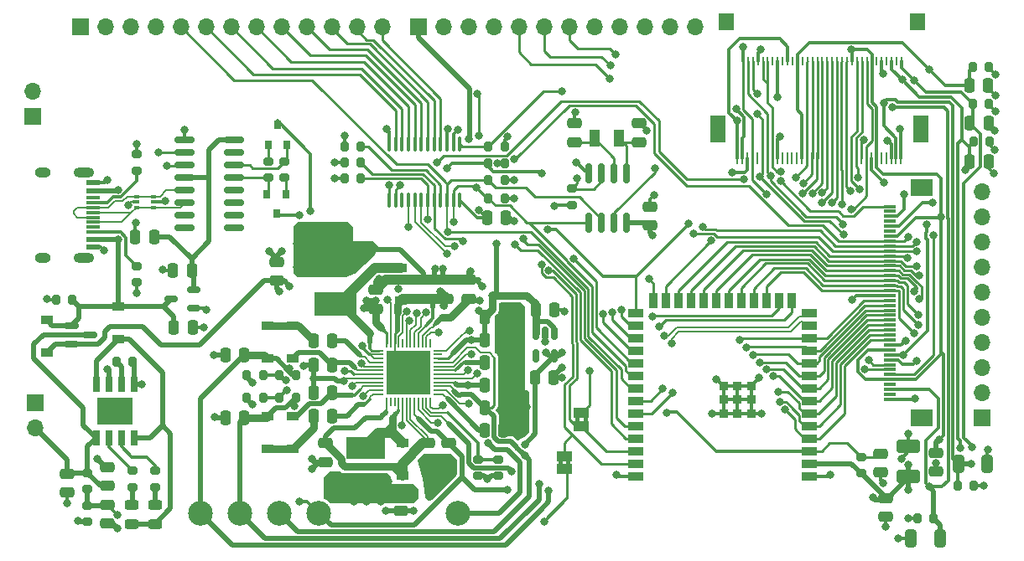
<source format=gtl>
%TF.GenerationSoftware,KiCad,Pcbnew,(6.0.11)*%
%TF.CreationDate,2023-02-05T23:01:49+01:00*%
%TF.ProjectId,epaper-breakout,65706170-6572-42d6-9272-65616b6f7574,rev?*%
%TF.SameCoordinates,Original*%
%TF.FileFunction,Copper,L1,Top*%
%TF.FilePolarity,Positive*%
%FSLAX46Y46*%
G04 Gerber Fmt 4.6, Leading zero omitted, Abs format (unit mm)*
G04 Created by KiCad (PCBNEW (6.0.11)) date 2023-02-05 23:01:49*
%MOMM*%
%LPD*%
G01*
G04 APERTURE LIST*
G04 Aperture macros list*
%AMRoundRect*
0 Rectangle with rounded corners*
0 $1 Rounding radius*
0 $2 $3 $4 $5 $6 $7 $8 $9 X,Y pos of 4 corners*
0 Add a 4 corners polygon primitive as box body*
4,1,4,$2,$3,$4,$5,$6,$7,$8,$9,$2,$3,0*
0 Add four circle primitives for the rounded corners*
1,1,$1+$1,$2,$3*
1,1,$1+$1,$4,$5*
1,1,$1+$1,$6,$7*
1,1,$1+$1,$8,$9*
0 Add four rect primitives between the rounded corners*
20,1,$1+$1,$2,$3,$4,$5,0*
20,1,$1+$1,$4,$5,$6,$7,0*
20,1,$1+$1,$6,$7,$8,$9,0*
20,1,$1+$1,$8,$9,$2,$3,0*%
G04 Aperture macros list end*
%TA.AperFunction,SMDPad,CuDef*%
%ADD10RoundRect,0.200000X-0.200000X-0.275000X0.200000X-0.275000X0.200000X0.275000X-0.200000X0.275000X0*%
%TD*%
%TA.AperFunction,SMDPad,CuDef*%
%ADD11R,0.800000X0.900000*%
%TD*%
%TA.AperFunction,SMDPad,CuDef*%
%ADD12RoundRect,0.200000X-0.275000X0.200000X-0.275000X-0.200000X0.275000X-0.200000X0.275000X0.200000X0*%
%TD*%
%TA.AperFunction,SMDPad,CuDef*%
%ADD13RoundRect,0.200000X0.275000X-0.200000X0.275000X0.200000X-0.275000X0.200000X-0.275000X-0.200000X0*%
%TD*%
%TA.AperFunction,SMDPad,CuDef*%
%ADD14RoundRect,0.250000X0.250000X0.475000X-0.250000X0.475000X-0.250000X-0.475000X0.250000X-0.475000X0*%
%TD*%
%TA.AperFunction,SMDPad,CuDef*%
%ADD15RoundRect,0.250000X-0.475000X0.250000X-0.475000X-0.250000X0.475000X-0.250000X0.475000X0.250000X0*%
%TD*%
%TA.AperFunction,SMDPad,CuDef*%
%ADD16RoundRect,0.243750X-0.456250X0.243750X-0.456250X-0.243750X0.456250X-0.243750X0.456250X0.243750X0*%
%TD*%
%TA.AperFunction,SMDPad,CuDef*%
%ADD17RoundRect,0.250000X0.475000X-0.250000X0.475000X0.250000X-0.475000X0.250000X-0.475000X-0.250000X0*%
%TD*%
%TA.AperFunction,SMDPad,CuDef*%
%ADD18RoundRect,0.249999X0.325001X0.650001X-0.325001X0.650001X-0.325001X-0.650001X0.325001X-0.650001X0*%
%TD*%
%TA.AperFunction,SMDPad,CuDef*%
%ADD19RoundRect,0.250000X-0.250000X-0.475000X0.250000X-0.475000X0.250000X0.475000X-0.250000X0.475000X0*%
%TD*%
%TA.AperFunction,SMDPad,CuDef*%
%ADD20RoundRect,0.249999X-0.325001X-0.650001X0.325001X-0.650001X0.325001X0.650001X-0.325001X0.650001X0*%
%TD*%
%TA.AperFunction,SMDPad,CuDef*%
%ADD21RoundRect,0.200000X0.200000X0.275000X-0.200000X0.275000X-0.200000X-0.275000X0.200000X-0.275000X0*%
%TD*%
%TA.AperFunction,SMDPad,CuDef*%
%ADD22RoundRect,0.100000X-0.100000X0.637500X-0.100000X-0.637500X0.100000X-0.637500X0.100000X0.637500X0*%
%TD*%
%TA.AperFunction,SMDPad,CuDef*%
%ADD23RoundRect,0.249997X0.925003X-0.412503X0.925003X0.412503X-0.925003X0.412503X-0.925003X-0.412503X0*%
%TD*%
%TA.AperFunction,SMDPad,CuDef*%
%ADD24R,3.900000X2.200000*%
%TD*%
%TA.AperFunction,SMDPad,CuDef*%
%ADD25R,4.200000X2.400000*%
%TD*%
%TA.AperFunction,SMDPad,CuDef*%
%ADD26R,0.850000X0.200000*%
%TD*%
%TA.AperFunction,SMDPad,CuDef*%
%ADD27R,0.200000X0.850000*%
%TD*%
%TA.AperFunction,ComponentPad*%
%ADD28C,0.508000*%
%TD*%
%TA.AperFunction,SMDPad,CuDef*%
%ADD29R,4.399999X4.399999*%
%TD*%
%TA.AperFunction,SMDPad,CuDef*%
%ADD30R,1.200000X0.900000*%
%TD*%
%TA.AperFunction,SMDPad,CuDef*%
%ADD31C,2.500000*%
%TD*%
%TA.AperFunction,SMDPad,CuDef*%
%ADD32R,0.650000X1.500000*%
%TD*%
%TA.AperFunction,SMDPad,CuDef*%
%ADD33R,3.600000X2.700000*%
%TD*%
%TA.AperFunction,ComponentPad*%
%ADD34R,1.700000X1.700000*%
%TD*%
%TA.AperFunction,ComponentPad*%
%ADD35O,1.700000X1.700000*%
%TD*%
%TA.AperFunction,SMDPad,CuDef*%
%ADD36RoundRect,0.150000X0.512500X0.150000X-0.512500X0.150000X-0.512500X-0.150000X0.512500X-0.150000X0*%
%TD*%
%TA.AperFunction,SMDPad,CuDef*%
%ADD37R,0.500000X0.375000*%
%TD*%
%TA.AperFunction,SMDPad,CuDef*%
%ADD38R,0.650000X0.300000*%
%TD*%
%TA.AperFunction,SMDPad,CuDef*%
%ADD39R,1.300000X0.300000*%
%TD*%
%TA.AperFunction,SMDPad,CuDef*%
%ADD40R,2.200000X1.800000*%
%TD*%
%TA.AperFunction,SMDPad,CuDef*%
%ADD41R,1.600000X2.800000*%
%TD*%
%TA.AperFunction,SMDPad,CuDef*%
%ADD42R,0.250000X1.300000*%
%TD*%
%TA.AperFunction,SMDPad,CuDef*%
%ADD43RoundRect,0.150000X-0.587500X-0.150000X0.587500X-0.150000X0.587500X0.150000X-0.587500X0.150000X0*%
%TD*%
%TA.AperFunction,SMDPad,CuDef*%
%ADD44R,1.500000X1.000000*%
%TD*%
%TA.AperFunction,SMDPad,CuDef*%
%ADD45RoundRect,0.150000X-0.150000X0.825000X-0.150000X-0.825000X0.150000X-0.825000X0.150000X0.825000X0*%
%TD*%
%TA.AperFunction,SMDPad,CuDef*%
%ADD46RoundRect,0.150000X-0.150000X0.512500X-0.150000X-0.512500X0.150000X-0.512500X0.150000X0.512500X0*%
%TD*%
%TA.AperFunction,SMDPad,CuDef*%
%ADD47R,0.254000X0.812800*%
%TD*%
%TA.AperFunction,SMDPad,CuDef*%
%ADD48R,1.524000X1.701800*%
%TD*%
%TA.AperFunction,SMDPad,CuDef*%
%ADD49R,1.500000X0.900000*%
%TD*%
%TA.AperFunction,SMDPad,CuDef*%
%ADD50R,0.900000X1.500000*%
%TD*%
%TA.AperFunction,SMDPad,CuDef*%
%ADD51R,0.900000X0.900000*%
%TD*%
%TA.AperFunction,SMDPad,CuDef*%
%ADD52RoundRect,0.150000X-0.825000X-0.150000X0.825000X-0.150000X0.825000X0.150000X-0.825000X0.150000X0*%
%TD*%
%TA.AperFunction,SMDPad,CuDef*%
%ADD53R,1.450000X0.600000*%
%TD*%
%TA.AperFunction,SMDPad,CuDef*%
%ADD54R,1.450000X0.300000*%
%TD*%
%TA.AperFunction,ComponentPad*%
%ADD55O,1.600000X1.000000*%
%TD*%
%TA.AperFunction,ComponentPad*%
%ADD56O,2.100000X1.000000*%
%TD*%
%TA.AperFunction,SMDPad,CuDef*%
%ADD57R,1.000000X1.800000*%
%TD*%
%TA.AperFunction,ViaPad*%
%ADD58C,0.800000*%
%TD*%
%TA.AperFunction,Conductor*%
%ADD59C,1.000000*%
%TD*%
%TA.AperFunction,Conductor*%
%ADD60C,0.500000*%
%TD*%
%TA.AperFunction,Conductor*%
%ADD61C,0.300000*%
%TD*%
%TA.AperFunction,Conductor*%
%ADD62C,0.200000*%
%TD*%
%TA.AperFunction,Conductor*%
%ADD63C,0.250000*%
%TD*%
%TA.AperFunction,Conductor*%
%ADD64C,0.750000*%
%TD*%
G04 APERTURE END LIST*
G36*
X81372000Y-55622000D02*
G01*
X80972000Y-55622000D01*
X80972000Y-55122000D01*
X81372000Y-55122000D01*
X81372000Y-55622000D01*
G37*
G36*
X80572000Y-55622000D02*
G01*
X80172000Y-55622000D01*
X80172000Y-55122000D01*
X80572000Y-55122000D01*
X80572000Y-55622000D01*
G37*
G36*
X82300000Y-51250000D02*
G01*
X81900000Y-51250000D01*
X81900000Y-50750000D01*
X82300000Y-50750000D01*
X82300000Y-51250000D01*
G37*
G36*
X83100000Y-51250000D02*
G01*
X82700000Y-51250000D01*
X82700000Y-50750000D01*
X83100000Y-50750000D01*
X83100000Y-51250000D01*
G37*
D10*
X73075000Y-25100000D03*
X74725000Y-25100000D03*
D11*
X50850000Y-23225000D03*
X52750000Y-23225000D03*
X51800000Y-21225000D03*
D12*
X50900000Y-24900000D03*
X50900000Y-26550000D03*
D13*
X52500000Y-26550000D03*
X52500000Y-24900000D03*
D11*
X52650000Y-28200000D03*
X50750000Y-28200000D03*
X51700000Y-30200000D03*
D14*
X79700000Y-46800000D03*
X77800000Y-46800000D03*
D15*
X34600000Y-55800000D03*
X34600000Y-57700000D03*
D16*
X39458000Y-59662000D03*
X39458000Y-61537000D03*
D12*
X37150000Y-56175000D03*
X37150000Y-57825000D03*
X39458000Y-56175000D03*
X39458000Y-57825000D03*
D16*
X37045000Y-59662000D03*
X37045000Y-61537000D03*
D17*
X113200000Y-60850000D03*
X113200000Y-58950000D03*
X34600000Y-61500000D03*
X34600000Y-59600000D03*
D14*
X74610000Y-52070000D03*
X72710000Y-52070000D03*
D15*
X118300000Y-54350000D03*
X118300000Y-56250000D03*
D18*
X118700000Y-63000000D03*
X115750000Y-63000000D03*
D19*
X121697000Y-21030000D03*
X123597000Y-21030000D03*
D20*
X120525000Y-55500000D03*
X123475000Y-55500000D03*
D19*
X121700000Y-24957000D03*
X123600000Y-24957000D03*
D21*
X60225000Y-23400000D03*
X58575000Y-23400000D03*
D13*
X72081200Y-56671600D03*
X72081200Y-55021600D03*
D21*
X118050000Y-61000000D03*
X116400000Y-61000000D03*
D10*
X122000000Y-19100000D03*
X123650000Y-19100000D03*
X120475000Y-57700000D03*
X122125000Y-57700000D03*
X122075000Y-22925000D03*
X123725000Y-22925000D03*
D12*
X74113200Y-55021600D03*
X74113200Y-56671600D03*
D22*
X70225000Y-23100000D03*
X69575000Y-23100000D03*
X68925000Y-23100000D03*
X68275000Y-23100000D03*
X67625000Y-23100000D03*
X66975000Y-23100000D03*
X66325000Y-23100000D03*
X65675000Y-23100000D03*
X65025000Y-23100000D03*
X64375000Y-23100000D03*
X63725000Y-23100000D03*
X63075000Y-23100000D03*
X63075000Y-28825000D03*
X63725000Y-28825000D03*
X64375000Y-28825000D03*
X65025000Y-28825000D03*
X65675000Y-28825000D03*
X66325000Y-28825000D03*
X66975000Y-28825000D03*
X67625000Y-28825000D03*
X68275000Y-28825000D03*
X68925000Y-28825000D03*
X69575000Y-28825000D03*
X70225000Y-28825000D03*
D15*
X71120000Y-36896000D03*
X71120000Y-38796000D03*
D23*
X115500000Y-56737500D03*
X115500000Y-53662500D03*
D19*
X72710000Y-40640000D03*
X74610000Y-40640000D03*
D21*
X53657000Y-46482000D03*
X52007000Y-46482000D03*
D24*
X60706000Y-57653000D03*
X60706000Y-53853000D03*
D25*
X57658000Y-39334000D03*
X57658000Y-34834000D03*
D21*
X50355000Y-48768000D03*
X48705000Y-48768000D03*
X53657000Y-48768000D03*
X52007000Y-48768000D03*
X50355000Y-46482000D03*
X48705000Y-46482000D03*
D17*
X64262000Y-60259000D03*
X64262000Y-58359000D03*
X69088000Y-55306000D03*
X69088000Y-53406000D03*
D14*
X57338000Y-45466000D03*
X55438000Y-45466000D03*
D19*
X55438000Y-48260000D03*
X57338000Y-48260000D03*
D15*
X112700000Y-54450000D03*
X112700000Y-56350000D03*
D26*
X67999000Y-48428001D03*
X67999000Y-48027999D03*
X67999000Y-47628000D03*
X67999000Y-47228001D03*
X67999000Y-46827999D03*
X67999000Y-46428000D03*
X67999000Y-46028000D03*
X67999000Y-45628001D03*
X67999000Y-45227999D03*
X67999000Y-44828000D03*
X67999000Y-44428001D03*
X67999000Y-44027999D03*
D27*
X67224001Y-43253000D03*
X66823999Y-43253000D03*
X66424000Y-43253000D03*
X66024001Y-43253000D03*
X65623999Y-43253000D03*
X65224000Y-43253000D03*
X64824000Y-43253000D03*
X64424001Y-43253000D03*
X64023999Y-43253000D03*
X63624000Y-43253000D03*
X63224001Y-43253000D03*
X62823999Y-43253000D03*
D26*
X62049000Y-44027999D03*
X62049000Y-44428001D03*
X62049000Y-44828000D03*
X62049000Y-45227999D03*
X62049000Y-45628001D03*
X62049000Y-46028000D03*
X62049000Y-46428000D03*
X62049000Y-46827999D03*
X62049000Y-47228001D03*
X62049000Y-47628000D03*
X62049000Y-48027999D03*
X62049000Y-48428001D03*
D27*
X62823999Y-49203000D03*
X63224001Y-49203000D03*
X63624000Y-49203000D03*
X64023999Y-49203000D03*
X64424001Y-49203000D03*
X64824000Y-49203000D03*
X65224000Y-49203000D03*
X65623999Y-49203000D03*
X66024001Y-49203000D03*
X66424000Y-49203000D03*
X66823999Y-49203000D03*
X67224001Y-49203000D03*
D28*
X65811400Y-46228000D03*
X63449200Y-46228000D03*
X65811400Y-44653200D03*
X66598800Y-46228000D03*
X65024000Y-45440600D03*
X65024000Y-44653200D03*
D29*
X65024000Y-46228000D03*
D28*
X64236600Y-45440600D03*
X66598800Y-47802800D03*
X63449200Y-47015400D03*
X65811400Y-45440600D03*
X64236600Y-44653200D03*
X65024000Y-47015400D03*
X64236600Y-47015400D03*
X66598800Y-45440600D03*
X65024000Y-46228000D03*
X65811400Y-47802800D03*
X63449200Y-45440600D03*
X64236600Y-47802800D03*
X64236600Y-46228000D03*
X65024000Y-47802800D03*
X63449200Y-44653200D03*
X65811400Y-47015400D03*
X66598800Y-44653200D03*
X63449200Y-47802800D03*
X66598800Y-47015400D03*
D14*
X74610000Y-49784000D03*
X72710000Y-49784000D03*
D17*
X61722000Y-39812000D03*
X61722000Y-37912000D03*
D14*
X74610000Y-42926000D03*
X72710000Y-42926000D03*
D30*
X50800000Y-50674000D03*
X50800000Y-53974000D03*
X53340000Y-53974000D03*
X53340000Y-50674000D03*
X50800000Y-41530000D03*
X50800000Y-44830000D03*
X53340000Y-44830000D03*
X53340000Y-41530000D03*
D19*
X46548000Y-44450000D03*
X48448000Y-44450000D03*
D17*
X66548000Y-38796000D03*
X66548000Y-36896000D03*
D19*
X72710000Y-47498000D03*
X74610000Y-47498000D03*
X55438000Y-43053000D03*
X57338000Y-43053000D03*
D17*
X68834000Y-38796000D03*
X68834000Y-36896000D03*
D19*
X55438000Y-50673000D03*
X57338000Y-50673000D03*
D14*
X48448000Y-50800000D03*
X46548000Y-50800000D03*
X74610000Y-45224700D03*
X72710000Y-45224700D03*
D17*
X66929000Y-55306000D03*
X66929000Y-53406000D03*
D30*
X64389000Y-56641000D03*
X64389000Y-53341000D03*
D19*
X77850000Y-39900000D03*
X79750000Y-39900000D03*
X121650000Y-17221000D03*
X123550000Y-17221000D03*
D10*
X122000000Y-15321000D03*
X123650000Y-15321000D03*
D30*
X64262000Y-35688000D03*
X64262000Y-38988000D03*
D12*
X32621000Y-59675000D03*
X32621000Y-61325000D03*
X32621000Y-56401000D03*
X32621000Y-58051000D03*
D15*
X51750000Y-35050000D03*
X51750000Y-36950000D03*
D17*
X56642000Y-55306000D03*
X56642000Y-53406000D03*
D31*
X52000000Y-60500000D03*
X44000000Y-60500000D03*
X56000000Y-60500000D03*
X70000000Y-60500000D03*
D19*
X72950000Y-30600000D03*
X74850000Y-30600000D03*
D12*
X110700000Y-54775000D03*
X110700000Y-56425000D03*
D21*
X74725000Y-28600000D03*
X73075000Y-28600000D03*
X74725000Y-26800000D03*
X73075000Y-26800000D03*
D10*
X58575000Y-26600000D03*
X60225000Y-26600000D03*
X58575000Y-25000000D03*
X60225000Y-25000000D03*
D31*
X48000000Y-60500000D03*
D32*
X37305000Y-47441000D03*
X36035000Y-47441000D03*
X34765000Y-47441000D03*
X33495000Y-47441000D03*
X33495000Y-52841000D03*
X34765000Y-52841000D03*
X36035000Y-52841000D03*
X37305000Y-52841000D03*
D33*
X35400000Y-50141000D03*
D30*
X35700000Y-42850000D03*
X35700000Y-39550000D03*
D21*
X37175000Y-45150000D03*
X35525000Y-45150000D03*
D34*
X27350000Y-49275000D03*
D35*
X27350000Y-51815000D03*
D36*
X43337500Y-39750000D03*
X43337500Y-37850000D03*
X41062500Y-38800000D03*
D37*
X37550000Y-28462500D03*
D38*
X37475000Y-29000000D03*
D37*
X37550000Y-29537500D03*
X39250000Y-29537500D03*
D38*
X39325000Y-29000000D03*
D37*
X39250000Y-28462500D03*
D39*
X113600000Y-48950000D03*
X113600000Y-48450000D03*
X113600000Y-47950000D03*
X113600000Y-47450000D03*
X113600000Y-46950000D03*
X113600000Y-46450000D03*
X113600000Y-45950000D03*
X113600000Y-45450000D03*
X113600000Y-44950000D03*
X113600000Y-44450000D03*
X113600000Y-43950000D03*
X113600000Y-43450000D03*
X113600000Y-42950000D03*
X113600000Y-42450000D03*
X113600000Y-41950000D03*
X113600000Y-41450000D03*
X113600000Y-40950000D03*
X113600000Y-40450000D03*
X113600000Y-39950000D03*
X113600000Y-39450000D03*
X113600000Y-38950000D03*
X113600000Y-38450000D03*
X113600000Y-37950000D03*
X113600000Y-37450000D03*
X113600000Y-36950000D03*
X113600000Y-36450000D03*
X113600000Y-35950000D03*
X113600000Y-35450000D03*
X113600000Y-34950000D03*
X113600000Y-34450000D03*
X113600000Y-33950000D03*
X113600000Y-33450000D03*
X113600000Y-32950000D03*
X113600000Y-32450000D03*
X113600000Y-31950000D03*
X113600000Y-31450000D03*
X113600000Y-30950000D03*
X113600000Y-30450000D03*
X113600000Y-29950000D03*
X113600000Y-29450000D03*
D40*
X116850000Y-50850000D03*
X116850000Y-27550000D03*
D19*
X37450000Y-32500000D03*
X39350000Y-32500000D03*
D41*
X116750000Y-21600000D03*
X96250000Y-21600000D03*
D42*
X114750000Y-24600000D03*
X114250000Y-24600000D03*
X113750000Y-24600000D03*
X113250000Y-24600000D03*
X112750000Y-24600000D03*
X112250000Y-24600000D03*
X111750000Y-24600000D03*
X111250000Y-24600000D03*
X110750000Y-24600000D03*
X110250000Y-24600000D03*
X109750000Y-24600000D03*
X109250000Y-24600000D03*
X108750000Y-24600000D03*
X108250000Y-24600000D03*
X107750000Y-24600000D03*
X107250000Y-24600000D03*
X106750000Y-24600000D03*
X106250000Y-24600000D03*
X105750000Y-24600000D03*
X105250000Y-24600000D03*
X104750000Y-24600000D03*
X104250000Y-24600000D03*
X103750000Y-24600000D03*
X103250000Y-24600000D03*
X102750000Y-24600000D03*
X102250000Y-24600000D03*
X101750000Y-24600000D03*
X101250000Y-24600000D03*
X100750000Y-24600000D03*
X100250000Y-24600000D03*
X99750000Y-24600000D03*
X99250000Y-24600000D03*
X98750000Y-24600000D03*
X98250000Y-24600000D03*
D43*
X31012500Y-41500000D03*
X31012500Y-43400000D03*
X32887500Y-42450000D03*
D44*
X80772000Y-54722000D03*
X80772000Y-56022000D03*
D15*
X88300000Y-21050000D03*
X88300000Y-22950000D03*
D34*
X27100000Y-20375000D03*
D35*
X27100000Y-17835000D03*
D45*
X87055000Y-26125000D03*
X85785000Y-26125000D03*
X84515000Y-26125000D03*
X83245000Y-26125000D03*
X83245000Y-31075000D03*
X84515000Y-31075000D03*
X85785000Y-31075000D03*
X87055000Y-31075000D03*
D13*
X37600000Y-25825000D03*
X37600000Y-24175000D03*
D21*
X31075000Y-38900000D03*
X29425000Y-38900000D03*
X74725000Y-23350000D03*
X73075000Y-23350000D03*
D46*
X79750000Y-42262500D03*
X78800000Y-42262500D03*
X77850000Y-42262500D03*
X77850000Y-44537500D03*
X79750000Y-44537500D03*
D47*
X114799999Y-14765650D03*
X114300000Y-14765650D03*
X113799999Y-14765650D03*
X113300000Y-14765650D03*
X112799998Y-14765650D03*
X112299999Y-14765650D03*
X111800000Y-14765650D03*
X111299999Y-14765650D03*
X110800000Y-14765650D03*
X110299998Y-14765650D03*
X109799999Y-14765650D03*
X109300000Y-14765650D03*
X108799999Y-14765650D03*
X108300000Y-14765650D03*
X107799998Y-14765650D03*
X107299999Y-14765650D03*
X106800000Y-14765650D03*
X106299998Y-14765650D03*
X105799999Y-14765650D03*
X105300000Y-14765650D03*
X104799999Y-14765650D03*
X104300000Y-14765650D03*
X103799998Y-14765650D03*
X103299999Y-14765650D03*
X102800000Y-14765650D03*
X102299999Y-14765650D03*
X101800000Y-14765650D03*
X101299998Y-14765650D03*
X100799999Y-14765650D03*
X100300000Y-14765650D03*
X99799999Y-14765650D03*
X99300000Y-14765650D03*
X98799998Y-14765650D03*
D48*
X97148000Y-10752450D03*
X116452000Y-10752450D03*
D15*
X81800000Y-21050000D03*
X81800000Y-22950000D03*
D12*
X81500000Y-27650000D03*
X81500000Y-29300000D03*
D14*
X43250000Y-41700000D03*
X41350000Y-41700000D03*
D17*
X30600000Y-58400000D03*
X30600000Y-56500000D03*
D44*
X82500000Y-50350000D03*
X82500000Y-51650000D03*
D34*
X122936000Y-50800000D03*
D35*
X122936000Y-48260000D03*
X122936000Y-45720000D03*
X122936000Y-43180000D03*
X122936000Y-40640000D03*
X122936000Y-38100000D03*
X122936000Y-35560000D03*
X122936000Y-33020000D03*
X122936000Y-30480000D03*
X122936000Y-27940000D03*
D12*
X37600000Y-35475000D03*
X37600000Y-37125000D03*
D34*
X66000000Y-11300000D03*
D35*
X68540000Y-11300000D03*
X71080000Y-11300000D03*
X73620000Y-11300000D03*
X76160000Y-11300000D03*
X78700000Y-11300000D03*
X81240000Y-11300000D03*
X83780000Y-11300000D03*
X86320000Y-11300000D03*
X88860000Y-11300000D03*
X91400000Y-11300000D03*
X93940000Y-11300000D03*
D49*
X105475000Y-56710000D03*
X105475000Y-55440000D03*
X105475000Y-54170000D03*
X105475000Y-52900000D03*
X105475000Y-51630000D03*
X105475000Y-50360000D03*
X105475000Y-49090000D03*
X105475000Y-47820000D03*
X105475000Y-46550000D03*
X105475000Y-45280000D03*
X105475000Y-44010000D03*
X105475000Y-42740000D03*
X105475000Y-41470000D03*
X105475000Y-40200000D03*
D50*
X103710000Y-38950000D03*
X102440000Y-38950000D03*
X101170000Y-38950000D03*
X99900000Y-38950000D03*
X98630000Y-38950000D03*
X97360000Y-38950000D03*
X96090000Y-38950000D03*
X94820000Y-38950000D03*
X93550000Y-38950000D03*
X92280000Y-38950000D03*
X91010000Y-38950000D03*
X89740000Y-38950000D03*
D49*
X87975000Y-40200000D03*
X87975000Y-41470000D03*
X87975000Y-42740000D03*
X87975000Y-44010000D03*
X87975000Y-45280000D03*
X87975000Y-46550000D03*
X87975000Y-47820000D03*
X87975000Y-49090000D03*
X87975000Y-50360000D03*
X87975000Y-51630000D03*
X87975000Y-52900000D03*
X87975000Y-54170000D03*
X87975000Y-55440000D03*
X87975000Y-56710000D03*
D51*
X98225000Y-48990000D03*
X96825000Y-48990000D03*
X99625000Y-48990000D03*
X96825000Y-50390000D03*
X98225000Y-50390000D03*
X99625000Y-47590000D03*
X98225000Y-47590000D03*
X96825000Y-47590000D03*
X99625000Y-50390000D03*
D34*
X31875000Y-11300000D03*
D35*
X34415000Y-11300000D03*
X36955000Y-11300000D03*
X39495000Y-11300000D03*
X42035000Y-11300000D03*
X44575000Y-11300000D03*
X47115000Y-11300000D03*
X49655000Y-11300000D03*
X52195000Y-11300000D03*
X54735000Y-11300000D03*
X57275000Y-11300000D03*
X59815000Y-11300000D03*
X62355000Y-11300000D03*
D15*
X89400000Y-29450000D03*
X89400000Y-31350000D03*
D52*
X42425000Y-22755000D03*
X42425000Y-24025000D03*
X42425000Y-25295000D03*
X42425000Y-26565000D03*
X42425000Y-27835000D03*
X42425000Y-29105000D03*
X42425000Y-30375000D03*
X42425000Y-31645000D03*
X47375000Y-31645000D03*
X47375000Y-30375000D03*
X47375000Y-29105000D03*
X47375000Y-27835000D03*
X47375000Y-26565000D03*
X47375000Y-25295000D03*
X47375000Y-24025000D03*
X47375000Y-22755000D03*
D53*
X33185000Y-27050000D03*
X33185000Y-27850000D03*
D54*
X33185000Y-29050000D03*
X33185000Y-30050000D03*
X33185000Y-30550000D03*
X33185000Y-31550000D03*
D53*
X33185000Y-32750000D03*
X33185000Y-33550000D03*
X33185000Y-33550000D03*
X33185000Y-32750000D03*
D54*
X33185000Y-32050000D03*
X33185000Y-31050000D03*
X33185000Y-29550000D03*
X33185000Y-28550000D03*
D53*
X33185000Y-27850000D03*
X33185000Y-27050000D03*
D55*
X28090000Y-34620000D03*
D56*
X32270000Y-25980000D03*
D55*
X28090000Y-25980000D03*
D56*
X32270000Y-34620000D03*
D19*
X41250000Y-35900000D03*
X43150000Y-35900000D03*
D30*
X28500000Y-44250000D03*
X28500000Y-40950000D03*
D57*
X86300000Y-22550000D03*
X83800000Y-22550000D03*
D58*
X112900000Y-57400000D03*
X68959500Y-21600000D03*
X68658999Y-56500000D03*
X97700000Y-26000000D03*
X76000000Y-48750000D03*
X70000000Y-21700000D03*
X34600000Y-26800000D03*
X61200000Y-33400000D03*
X37600000Y-38200000D03*
X115200000Y-43000000D03*
X76000000Y-44250000D03*
X70993000Y-46022000D03*
X81900000Y-19900000D03*
X67750000Y-35750000D03*
X65500000Y-60250000D03*
X37500000Y-31100000D03*
X68072000Y-42164000D03*
X28500000Y-38800000D03*
X74500000Y-46250000D03*
X58800000Y-32000000D03*
X71374000Y-44402000D03*
X89100000Y-21800000D03*
X102500000Y-22400000D03*
X68500000Y-35750000D03*
X124300000Y-19800000D03*
X40200000Y-35800000D03*
X89800000Y-28300000D03*
X124200000Y-21800000D03*
X115500000Y-52400000D03*
X78800000Y-43100000D03*
X58600000Y-22300000D03*
X76000000Y-39750000D03*
X54400000Y-32000000D03*
X30600000Y-59500000D03*
X33650000Y-55000000D03*
X100400000Y-46800000D03*
X45400000Y-44500000D03*
X67250000Y-58500000D03*
X54396686Y-45604099D03*
X81995500Y-25000000D03*
X123500000Y-54000000D03*
X57800000Y-31400000D03*
X118300000Y-55409500D03*
X114771491Y-54975564D03*
X55250000Y-55000000D03*
X56800000Y-32000000D03*
X44600000Y-39900000D03*
X36708582Y-29308012D03*
X77000000Y-49750000D03*
X68451743Y-49531257D03*
X55438000Y-46812000D03*
X113000000Y-27000000D03*
X124300000Y-18200000D03*
X80540000Y-46750000D03*
X67944000Y-55306000D03*
X107600000Y-56600000D03*
X80500000Y-45750000D03*
X100700000Y-50400000D03*
X62800000Y-21600000D03*
X53800000Y-35600000D03*
X111000000Y-22700000D03*
X73000000Y-57040000D03*
X86000000Y-56600000D03*
X58496777Y-47094403D03*
X54400000Y-34400000D03*
X115500000Y-61000000D03*
X66750000Y-56500000D03*
X123100000Y-57700000D03*
X76000000Y-46500000D03*
X52250000Y-34000000D03*
X109800000Y-38900000D03*
X55250000Y-56000000D03*
X31650000Y-61250000D03*
X64367281Y-51584663D03*
X49250000Y-49500000D03*
X113200000Y-61800000D03*
X116300000Y-45100000D03*
X124100000Y-26100000D03*
X45500000Y-50750000D03*
X42400000Y-21700000D03*
X60600000Y-34600000D03*
X67750000Y-57500000D03*
X64000000Y-37750000D03*
X67604000Y-36896000D03*
X72500000Y-37500000D03*
X55600000Y-31400000D03*
X124300000Y-16100000D03*
X114500000Y-63000000D03*
X95700000Y-50400000D03*
X37600000Y-23100000D03*
X35650000Y-62000000D03*
X75705500Y-30934015D03*
X34300000Y-33900000D03*
X124200000Y-23700000D03*
X62015534Y-36765534D03*
X113400000Y-22800000D03*
X80800000Y-40100000D03*
X63854000Y-36896000D03*
X44400000Y-41700000D03*
X53800000Y-33200000D03*
X34600000Y-45900000D03*
X62750000Y-60250000D03*
X51000000Y-34000000D03*
X112900000Y-16000000D03*
X74500000Y-48500000D03*
X76000000Y-42000000D03*
X96100000Y-46900000D03*
X38100000Y-47400000D03*
X74250000Y-44000000D03*
X49250000Y-47250000D03*
X71300000Y-36000000D03*
X76000000Y-50500000D03*
X60452000Y-48641000D03*
X117600000Y-57800000D03*
X53500000Y-49663998D03*
X113900000Y-19400000D03*
X98200000Y-20800000D03*
X78200000Y-57500000D03*
X113000000Y-19000000D03*
X121800000Y-55500000D03*
X53000000Y-45840002D03*
X102300000Y-18400000D03*
X116200000Y-48900000D03*
X60276746Y-45337029D03*
X79200000Y-58200000D03*
X115100000Y-28200000D03*
X116100000Y-16700000D03*
X76769806Y-54625000D03*
X114600000Y-21600000D03*
X121900000Y-53800000D03*
X120709500Y-53900000D03*
X75000000Y-58100000D03*
X54000000Y-59250000D03*
X121200000Y-25800000D03*
X65123990Y-41021000D03*
X114850000Y-16650000D03*
X117900000Y-29100000D03*
X98100000Y-19600000D03*
X91100000Y-50300000D03*
X55151693Y-29951693D03*
X110600000Y-27700000D03*
X75700000Y-24700000D03*
X115500000Y-32500000D03*
X63100000Y-27284500D03*
X114954092Y-44450000D03*
X117600000Y-15600000D03*
X117334015Y-31265985D03*
X72250000Y-39000000D03*
X73091535Y-53390500D03*
X98900000Y-26700000D03*
X102616000Y-25908000D03*
X64200000Y-27300000D03*
X118000000Y-32400000D03*
X67900000Y-25000000D03*
X39800000Y-24000000D03*
X76600000Y-32700000D03*
X40600000Y-25300000D03*
X75800000Y-33300000D03*
X100600000Y-13600000D03*
X118600000Y-53000000D03*
X118790500Y-30500000D03*
X75448895Y-56250000D03*
X109700000Y-13609500D03*
X35700000Y-27800000D03*
X40466337Y-28866337D03*
X35700000Y-32800000D03*
X35633940Y-60664443D03*
X78740000Y-61300000D03*
X54000000Y-30300000D03*
X111500000Y-45000000D03*
X79100000Y-31784500D03*
X68900000Y-25600000D03*
X100234015Y-18065985D03*
X100500000Y-26400000D03*
X108929797Y-32265500D03*
X100200000Y-20100000D03*
X93300000Y-31200000D03*
X78500000Y-26100000D03*
X68250000Y-38000000D03*
X70993000Y-47498000D03*
X60326257Y-43559743D03*
X68540000Y-39451000D03*
X72000000Y-18100000D03*
X69598307Y-31001693D03*
X72100000Y-22300000D03*
X65827661Y-40227659D03*
X71900000Y-27500000D03*
X66795248Y-40192747D03*
X69000000Y-32000000D03*
X67000000Y-30800000D03*
X62927794Y-38873237D03*
X70513656Y-32991465D03*
X71100000Y-49400000D03*
X58601000Y-46101000D03*
X52629276Y-47047619D03*
X52750000Y-48000000D03*
X59314705Y-47596994D03*
X80500000Y-17800000D03*
X81700000Y-34700000D03*
X71967629Y-46342244D03*
X69700000Y-33500000D03*
X68900000Y-34200000D03*
X71197092Y-41985670D03*
X64876356Y-40094004D03*
X65000000Y-31500000D03*
X73500000Y-38500000D03*
X71387944Y-42926000D03*
X65500000Y-58250000D03*
X60750000Y-39000000D03*
X57000000Y-57000000D03*
X72092259Y-39946447D03*
X59500000Y-59250000D03*
X58250000Y-59000000D03*
X71100000Y-22600000D03*
X60500000Y-39750000D03*
X73900000Y-33200000D03*
X58250000Y-57000000D03*
X62250000Y-59250000D03*
X58250000Y-58000000D03*
X63000000Y-58500000D03*
X52000000Y-38000000D03*
X61750000Y-39000000D03*
X53000000Y-37500000D03*
X57000000Y-58000000D03*
X63000000Y-57250000D03*
X60750000Y-59250000D03*
X78900000Y-44200000D03*
X67945000Y-51333000D03*
X76750000Y-53500000D03*
X57600000Y-25000000D03*
X57600000Y-26600000D03*
X89684500Y-32400000D03*
X75700000Y-28600000D03*
X75705500Y-26800000D03*
X115477597Y-58122403D03*
X80500000Y-44200000D03*
X72100000Y-29800000D03*
X79715500Y-29400000D03*
X74034500Y-25100000D03*
X111900000Y-58900000D03*
X75000000Y-22400000D03*
X115500000Y-55600000D03*
X101200000Y-28200000D03*
X102600000Y-26900000D03*
X98800000Y-13300000D03*
X91571232Y-43271232D03*
X90828768Y-42528768D03*
X78459500Y-35300000D03*
X79173237Y-35941268D03*
X89700000Y-40600000D03*
X85400000Y-15200000D03*
X89300000Y-36800000D03*
X85914015Y-14114015D03*
X84680970Y-40356952D03*
X85616735Y-40144850D03*
X86548734Y-39916764D03*
X89900000Y-25600000D03*
X82000000Y-26600000D03*
X83300000Y-46090500D03*
X101575564Y-26371491D03*
X108900179Y-31267852D03*
X111100000Y-45900000D03*
X95600000Y-32900000D03*
X109700000Y-29700000D03*
X103000000Y-50000000D03*
X102491465Y-49186344D03*
X108800000Y-29200000D03*
X102392974Y-48231910D03*
X107736233Y-29095737D03*
X101871500Y-46569000D03*
X106777322Y-29062072D03*
X101187000Y-45884500D03*
X106787116Y-28084247D03*
X105812480Y-28090853D03*
X100502500Y-45202500D03*
X104842351Y-28092952D03*
X99818000Y-44482000D03*
X104864218Y-27102348D03*
X99125000Y-43675000D03*
X98440500Y-42966421D03*
X104130116Y-26484500D03*
X116100000Y-42300000D03*
X116500000Y-41400000D03*
X116500000Y-40400000D03*
X116115500Y-38000548D03*
X116615500Y-38819475D03*
X116615500Y-36390646D03*
X116300000Y-35484500D03*
X115418078Y-34684500D03*
X116300000Y-34000000D03*
X109660982Y-27897208D03*
X90700000Y-47900000D03*
X93800000Y-32200000D03*
X94700000Y-31500000D03*
X116315632Y-33015632D03*
X91650000Y-48250000D03*
X110434500Y-26484500D03*
X90300000Y-41600000D03*
X85300000Y-16500000D03*
D59*
X63854000Y-36896000D02*
X67604000Y-36896000D01*
X67604000Y-36896000D02*
X71120000Y-36896000D01*
D60*
X67944000Y-55306000D02*
X69088000Y-55306000D01*
X66548000Y-36185998D02*
X66548000Y-36896000D01*
D61*
X99625000Y-50390000D02*
X100690000Y-50390000D01*
X118300000Y-56250000D02*
X118300000Y-55409500D01*
X123475000Y-55500000D02*
X123475000Y-54025000D01*
D62*
X67287999Y-42164000D02*
X68072000Y-42164000D01*
D60*
X56642000Y-55306000D02*
X55944000Y-55306000D01*
D61*
X98605908Y-25990000D02*
X98597954Y-25997954D01*
X111750000Y-24600000D02*
X111750000Y-25750000D01*
D60*
X66929000Y-55306000D02*
X66929000Y-56321000D01*
D61*
X98597954Y-25997954D02*
X98595908Y-26000000D01*
D62*
X66823999Y-43253000D02*
X66823999Y-42628000D01*
D61*
X102250000Y-24600000D02*
X102250000Y-22650000D01*
X123650000Y-19150000D02*
X124300000Y-19800000D01*
D62*
X67224001Y-49686872D02*
X67448129Y-49911000D01*
D61*
X79750000Y-39900000D02*
X80600000Y-39900000D01*
X33185000Y-27050000D02*
X34350000Y-27050000D01*
X37450000Y-31150000D02*
X37500000Y-31100000D01*
X115750000Y-63000000D02*
X114500000Y-63000000D01*
D60*
X71120000Y-36896000D02*
X72104000Y-36896000D01*
X48705000Y-48768000D02*
X48705000Y-48955000D01*
D61*
X107490000Y-56710000D02*
X107600000Y-56600000D01*
D60*
X45550000Y-50800000D02*
X45500000Y-50750000D01*
X72631600Y-56671600D02*
X73000000Y-57040000D01*
X31725000Y-61325000D02*
X31650000Y-61250000D01*
X61200000Y-33400000D02*
X61610010Y-33810010D01*
X51750000Y-35050000D02*
X51750000Y-34750000D01*
X79700000Y-46800000D02*
X80490000Y-46800000D01*
X34450000Y-55800000D02*
X33650000Y-55000000D01*
D61*
X112799998Y-15899998D02*
X112900000Y-16000000D01*
X86110000Y-56710000D02*
X86000000Y-56600000D01*
D62*
X67448129Y-49911000D02*
X68072000Y-49911000D01*
D60*
X64262000Y-60259000D02*
X62759000Y-60259000D01*
D62*
X58763181Y-46827999D02*
X58496777Y-47094403D01*
D61*
X96825000Y-48990000D02*
X99625000Y-48990000D01*
X74850000Y-30600000D02*
X75371485Y-30600000D01*
D60*
X55438000Y-48260000D02*
X55438000Y-46812000D01*
D61*
X123550000Y-17450000D02*
X124300000Y-18200000D01*
X96825000Y-50390000D02*
X96825000Y-47590000D01*
X96825000Y-47590000D02*
X99625000Y-47590000D01*
X100690000Y-50390000D02*
X100700000Y-50400000D01*
X89400000Y-29450000D02*
X89400000Y-28700000D01*
X98225000Y-50390000D02*
X98225000Y-47590000D01*
D60*
X55438000Y-45466000D02*
X54534785Y-45466000D01*
D62*
X64434009Y-49213008D02*
X64434009Y-51517935D01*
D61*
X123725000Y-23225000D02*
X124200000Y-23700000D01*
X43337500Y-39750000D02*
X44450000Y-39750000D01*
X58575000Y-22325000D02*
X58600000Y-22300000D01*
D60*
X69088000Y-56070999D02*
X68658999Y-56500000D01*
D61*
X42425000Y-21725000D02*
X42400000Y-21700000D01*
D60*
X66929000Y-56321000D02*
X66750000Y-56500000D01*
X71120000Y-36180000D02*
X71120000Y-36896000D01*
X54534785Y-45466000D02*
X54396686Y-45604099D01*
D61*
X95710000Y-50390000D02*
X95700000Y-50400000D01*
X68925000Y-21634500D02*
X68959500Y-21600000D01*
D60*
X68500000Y-36562000D02*
X68834000Y-36896000D01*
X34600000Y-55800000D02*
X34450000Y-55800000D01*
X73000000Y-57040000D02*
X73053200Y-57040000D01*
X51750000Y-34750000D02*
X51000000Y-34000000D01*
D61*
X112700000Y-57200000D02*
X112900000Y-57400000D01*
D62*
X70827737Y-44402000D02*
X71374000Y-44402000D01*
D60*
X73053200Y-57040000D02*
X73421600Y-56671600D01*
D61*
X115500000Y-54247055D02*
X114771491Y-54975564D01*
X88300000Y-21050000D02*
X88350000Y-21050000D01*
X123650000Y-15450000D02*
X124300000Y-16100000D01*
X102250000Y-22650000D02*
X102500000Y-22400000D01*
X115500000Y-52400000D02*
X115500000Y-53662500D01*
D60*
X55944000Y-55306000D02*
X55250000Y-56000000D01*
X66929000Y-55306000D02*
X67944000Y-55306000D01*
X55438000Y-46812000D02*
X55438000Y-45466000D01*
D61*
X41250000Y-35900000D02*
X40300000Y-35900000D01*
X75371485Y-30600000D02*
X75705500Y-30934015D01*
D60*
X61722000Y-37059068D02*
X62015534Y-36765534D01*
X48705000Y-46482000D02*
X48705000Y-46705000D01*
X51750000Y-34500000D02*
X52250000Y-34000000D01*
D61*
X99625000Y-50390000D02*
X96825000Y-50390000D01*
D60*
X71120000Y-36896000D02*
X71896000Y-36896000D01*
X34600000Y-61500000D02*
X35150000Y-61500000D01*
X48705000Y-48955000D02*
X49250000Y-49500000D01*
D59*
X61722000Y-37912000D02*
X62738000Y-36896000D01*
D60*
X79700000Y-46800000D02*
X79700000Y-46550000D01*
D61*
X68925000Y-23100000D02*
X68925000Y-21634500D01*
X69575000Y-23100000D02*
X69575000Y-22125000D01*
D63*
X110750000Y-22950000D02*
X111000000Y-22700000D01*
D60*
X69088000Y-55306000D02*
X69088000Y-56070999D01*
D61*
X33950000Y-33550000D02*
X34300000Y-33900000D01*
D60*
X71896000Y-36896000D02*
X72500000Y-37500000D01*
D59*
X62738000Y-36896000D02*
X63854000Y-36896000D01*
D61*
X88350000Y-21050000D02*
X89100000Y-21800000D01*
X123597000Y-21197000D02*
X124200000Y-21800000D01*
D62*
X37016594Y-29000000D02*
X36708582Y-29308012D01*
D61*
X63075000Y-23100000D02*
X63075000Y-21875000D01*
D60*
X67604000Y-35896000D02*
X67750000Y-35750000D01*
D61*
X105475000Y-56710000D02*
X107490000Y-56710000D01*
D62*
X67999000Y-45628001D02*
X69601736Y-45628001D01*
D61*
X122125000Y-57700000D02*
X123100000Y-57700000D01*
X87975000Y-56710000D02*
X86110000Y-56710000D01*
D60*
X61610010Y-33810010D02*
X64172012Y-33810010D01*
D61*
X123600000Y-24957000D02*
X123600000Y-25600000D01*
X89400000Y-28700000D02*
X89800000Y-28300000D01*
D62*
X64434009Y-51517935D02*
X64367281Y-51584663D01*
D60*
X37305000Y-45280000D02*
X37175000Y-45150000D01*
D61*
X29425000Y-38900000D02*
X28600000Y-38900000D01*
D60*
X37305000Y-47441000D02*
X37305000Y-45280000D01*
D61*
X42425000Y-22755000D02*
X42425000Y-21725000D01*
X113600000Y-44950000D02*
X114450000Y-44950000D01*
X99250000Y-24600000D02*
X99250000Y-25740000D01*
X123650000Y-19100000D02*
X123650000Y-19150000D01*
X113750000Y-24600000D02*
X113750000Y-23150000D01*
X116400000Y-61000000D02*
X115500000Y-61000000D01*
D60*
X67604000Y-36896000D02*
X67604000Y-35896000D01*
D61*
X123550000Y-17221000D02*
X123550000Y-17450000D01*
D62*
X64424001Y-49203000D02*
X64434009Y-49213008D01*
D61*
X113750000Y-23150000D02*
X113400000Y-22800000D01*
X80600000Y-39900000D02*
X80800000Y-40100000D01*
X113200000Y-60850000D02*
X113200000Y-61800000D01*
D63*
X110750000Y-24600000D02*
X110750000Y-22950000D01*
D62*
X70576992Y-46438008D02*
X70993000Y-46022000D01*
D61*
X100400000Y-46800000D02*
X99625000Y-47575000D01*
X116000000Y-45400000D02*
X116300000Y-45100000D01*
D62*
X62049000Y-46827999D02*
X58763181Y-46827999D01*
D61*
X123597000Y-21030000D02*
X123597000Y-21197000D01*
X83245000Y-26125000D02*
X83120500Y-26125000D01*
X115500000Y-53662500D02*
X115500000Y-54247055D01*
D60*
X71300000Y-36000000D02*
X71120000Y-36180000D01*
D61*
X37600000Y-24175000D02*
X37600000Y-23100000D01*
D60*
X74113200Y-56671600D02*
X73421600Y-56671600D01*
D61*
X81800000Y-21050000D02*
X81800000Y-20000000D01*
X30600000Y-58400000D02*
X30600000Y-59500000D01*
X44450000Y-39750000D02*
X44600000Y-39900000D01*
D60*
X51750000Y-35050000D02*
X51750000Y-34500000D01*
D61*
X111750000Y-25750000D02*
X113000000Y-27000000D01*
X123725000Y-22925000D02*
X123725000Y-23225000D01*
D62*
X66823999Y-42628000D02*
X67287999Y-42164000D01*
D61*
X99000000Y-25990000D02*
X98605908Y-25990000D01*
D62*
X68072000Y-49911000D02*
X68451743Y-49531257D01*
D61*
X99625000Y-47590000D02*
X99625000Y-50390000D01*
X114900000Y-45400000D02*
X116000000Y-45400000D01*
X123650000Y-15321000D02*
X123650000Y-15450000D01*
D60*
X80490000Y-46800000D02*
X80540000Y-46750000D01*
D61*
X96135000Y-46900000D02*
X96825000Y-47590000D01*
D60*
X61722000Y-37912000D02*
X61722000Y-37059068D01*
D61*
X33185000Y-33550000D02*
X33950000Y-33550000D01*
D60*
X68500000Y-35750000D02*
X68500000Y-36562000D01*
D61*
X112700000Y-56350000D02*
X112700000Y-57200000D01*
X37450000Y-32500000D02*
X37450000Y-31150000D01*
D60*
X72081200Y-56671600D02*
X72631600Y-56671600D01*
D61*
X113600000Y-43450000D02*
X114750000Y-43450000D01*
D60*
X32621000Y-61325000D02*
X31725000Y-61325000D01*
D61*
X99625000Y-47575000D02*
X99625000Y-47590000D01*
D60*
X56642000Y-55306000D02*
X55556000Y-55306000D01*
D61*
X123600000Y-25600000D02*
X124100000Y-26100000D01*
D60*
X45400000Y-44500000D02*
X45450000Y-44450000D01*
X55556000Y-55306000D02*
X55250000Y-55000000D01*
X38059000Y-47441000D02*
X38100000Y-47400000D01*
D62*
X67224001Y-49203000D02*
X67224001Y-49686872D01*
X37475000Y-29000000D02*
X37016594Y-29000000D01*
D61*
X69575000Y-22125000D02*
X70000000Y-21700000D01*
X34350000Y-27050000D02*
X34600000Y-26800000D01*
D62*
X69601736Y-45628001D02*
X70827737Y-44402000D01*
D60*
X65491000Y-60259000D02*
X65500000Y-60250000D01*
D61*
X58575000Y-23400000D02*
X58575000Y-22325000D01*
X114750000Y-43450000D02*
X115200000Y-43000000D01*
X81800000Y-20000000D02*
X81900000Y-19900000D01*
D60*
X34765000Y-46065000D02*
X34600000Y-45900000D01*
X62759000Y-60259000D02*
X62750000Y-60250000D01*
D61*
X83120500Y-26125000D02*
X81995500Y-25000000D01*
X78800000Y-42262500D02*
X78800000Y-43100000D01*
D60*
X37305000Y-47441000D02*
X38059000Y-47441000D01*
X46548000Y-50800000D02*
X45550000Y-50800000D01*
X55438000Y-46812000D02*
X57562000Y-46812000D01*
D61*
X123475000Y-54025000D02*
X123500000Y-54000000D01*
D60*
X57844403Y-47094403D02*
X58496777Y-47094403D01*
X64172012Y-33810010D02*
X66548000Y-36185998D01*
X57562000Y-46812000D02*
X57844403Y-47094403D01*
D61*
X37600000Y-37125000D02*
X37600000Y-38200000D01*
X98595908Y-26000000D02*
X97700000Y-26000000D01*
D60*
X64262000Y-60259000D02*
X65491000Y-60259000D01*
D61*
X99250000Y-25740000D02*
X99000000Y-25990000D01*
X96825000Y-50390000D02*
X95710000Y-50390000D01*
X110250000Y-38450000D02*
X109800000Y-38900000D01*
D62*
X68009008Y-46438008D02*
X70576992Y-46438008D01*
X67999000Y-46428000D02*
X68009008Y-46438008D01*
D60*
X34765000Y-47441000D02*
X34765000Y-46065000D01*
X45450000Y-44450000D02*
X46548000Y-44450000D01*
D61*
X43250000Y-41700000D02*
X44400000Y-41700000D01*
D60*
X79700000Y-46550000D02*
X80500000Y-45750000D01*
X48705000Y-46705000D02*
X49250000Y-47250000D01*
D61*
X113600000Y-38450000D02*
X110250000Y-38450000D01*
X63075000Y-21875000D02*
X62800000Y-21600000D01*
X112799998Y-14765650D02*
X112799998Y-15899998D01*
D60*
X35150000Y-61500000D02*
X35650000Y-62000000D01*
D61*
X96100000Y-46900000D02*
X96135000Y-46900000D01*
X114450000Y-44950000D02*
X114900000Y-45400000D01*
X40300000Y-35900000D02*
X40200000Y-35800000D01*
X28600000Y-38900000D02*
X28500000Y-38800000D01*
D62*
X67999000Y-46028000D02*
X69796000Y-46028000D01*
D61*
X70612000Y-45212000D02*
X69796000Y-46028000D01*
D60*
X72697300Y-45212000D02*
X72710000Y-45224700D01*
D61*
X70739000Y-45212000D02*
X70612000Y-45212000D01*
D60*
X70739000Y-45212000D02*
X72697300Y-45212000D01*
D61*
X97390000Y-13610000D02*
X98500000Y-12500000D01*
X117265000Y-57465000D02*
X117265000Y-53135000D01*
X119500000Y-19800000D02*
X119100000Y-19400000D01*
D62*
X62049000Y-48027999D02*
X61065001Y-48027999D01*
D60*
X52611001Y-49813999D02*
X52962500Y-49462500D01*
X77600000Y-59700000D02*
X78200000Y-59100000D01*
D62*
X61065001Y-48027999D02*
X60452000Y-48641000D01*
D60*
X118050000Y-58250000D02*
X117600000Y-57800000D01*
D61*
X98200000Y-20800000D02*
X97390000Y-19990000D01*
X103299999Y-13299999D02*
X103299999Y-14765650D01*
D60*
X48000000Y-51248000D02*
X48448000Y-50800000D01*
X52962500Y-49462500D02*
X53657000Y-48768000D01*
D61*
X119510000Y-56510000D02*
X119510000Y-30705908D01*
X119510000Y-57190000D02*
X118900000Y-57800000D01*
D60*
X78200000Y-59100000D02*
X78200000Y-57500000D01*
D61*
X98500000Y-12500000D02*
X102500000Y-12500000D01*
X119100000Y-19400000D02*
X113900000Y-19400000D01*
X118900000Y-57800000D02*
X117600000Y-57800000D01*
X117590000Y-47950000D02*
X113600000Y-47950000D01*
X117265000Y-53135000D02*
X118540000Y-51860000D01*
X98200000Y-20800000D02*
X98250000Y-20850000D01*
D60*
X51660001Y-49813999D02*
X52611001Y-49813999D01*
D61*
X118540000Y-51860000D02*
X118540000Y-48900000D01*
X102500000Y-12500000D02*
X103299999Y-13299999D01*
D60*
X118050000Y-61000000D02*
X118050000Y-58250000D01*
X50800000Y-50674000D02*
X51660001Y-49813999D01*
D61*
X52962500Y-49462500D02*
X53298502Y-49462500D01*
X119500000Y-30695908D02*
X119500000Y-19800000D01*
D60*
X50520000Y-63020000D02*
X74280000Y-63020000D01*
X74280000Y-63020000D02*
X77600000Y-59700000D01*
D61*
X119510000Y-56510000D02*
X119510000Y-57190000D01*
X97390000Y-19990000D02*
X97390000Y-13610000D01*
D64*
X48448000Y-50800000D02*
X50674000Y-50800000D01*
D60*
X48000000Y-60500000D02*
X48000000Y-51248000D01*
D61*
X117600000Y-57800000D02*
X117265000Y-57465000D01*
D60*
X48000000Y-60500000D02*
X50520000Y-63020000D01*
D61*
X98250000Y-20850000D02*
X98250000Y-24600000D01*
D60*
X118700000Y-61650000D02*
X118050000Y-61000000D01*
D61*
X119510000Y-30705908D02*
X119500000Y-30695908D01*
X53298502Y-49462500D02*
X53500000Y-49663998D01*
D64*
X50674000Y-50800000D02*
X50800000Y-50674000D01*
D60*
X118700000Y-63000000D02*
X118700000Y-61650000D01*
D61*
X118540000Y-48900000D02*
X117590000Y-47950000D01*
X113000000Y-19000000D02*
X113310000Y-18690000D01*
X120000000Y-19250538D02*
X120000000Y-54975000D01*
D60*
X44000000Y-60500000D02*
X44000000Y-48898000D01*
D61*
X114194092Y-18690000D02*
X114404092Y-18900000D01*
D60*
X53344686Y-46482000D02*
X52931343Y-46068657D01*
D62*
X60567718Y-45628001D02*
X60276746Y-45337029D01*
D60*
X44000000Y-60500000D02*
X47200000Y-63700000D01*
D61*
X120475000Y-57700000D02*
X120475000Y-55550000D01*
D62*
X60567718Y-45628001D02*
X62049000Y-45628001D01*
D61*
X114250000Y-24600000D02*
X114250000Y-22550000D01*
X52931343Y-45908659D02*
X53000000Y-45840002D01*
X52931343Y-46068657D02*
X52931343Y-45908659D01*
D64*
X50420000Y-44450000D02*
X50800000Y-44830000D01*
D60*
X74800000Y-63700000D02*
X78400000Y-60100000D01*
X79200000Y-59300000D02*
X79200000Y-58200000D01*
D61*
X102300000Y-18400000D02*
X102299999Y-14765650D01*
X113600000Y-48950000D02*
X116150000Y-48950000D01*
D60*
X51692686Y-44830000D02*
X50800000Y-44830000D01*
D61*
X114404092Y-18900000D02*
X119649462Y-18900000D01*
D60*
X121800000Y-55500000D02*
X120525000Y-55500000D01*
D61*
X120475000Y-55550000D02*
X120525000Y-55500000D01*
D60*
X52931343Y-46068657D02*
X51692686Y-44830000D01*
X44000000Y-48898000D02*
X48448000Y-44450000D01*
D64*
X48448000Y-44450000D02*
X50420000Y-44450000D01*
D61*
X114250000Y-22550000D02*
X113000000Y-21300000D01*
D60*
X47200000Y-63700000D02*
X74800000Y-63700000D01*
D61*
X113310000Y-18690000D02*
X114194092Y-18690000D01*
D60*
X53657000Y-46482000D02*
X53344686Y-46482000D01*
X78400000Y-60100000D02*
X79200000Y-59300000D01*
D61*
X113000000Y-21300000D02*
X113000000Y-19000000D01*
X116150000Y-48950000D02*
X116200000Y-48900000D01*
X120000000Y-54975000D02*
X120525000Y-55500000D01*
X119649462Y-18900000D02*
X120000000Y-19250538D01*
D60*
X76769806Y-54625000D02*
X77200000Y-55055194D01*
D63*
X73660000Y-49530000D02*
X73406000Y-49784000D01*
D61*
X120800000Y-17900000D02*
X117300000Y-17900000D01*
X121900000Y-53649462D02*
X121100000Y-52849462D01*
X114750000Y-21750000D02*
X114600000Y-21600000D01*
D62*
X67999000Y-47628000D02*
X69218000Y-47628000D01*
X72306690Y-44239690D02*
X73206612Y-44239690D01*
D60*
X74086619Y-53205000D02*
X73620000Y-52738381D01*
X70029096Y-48514000D02*
X69673106Y-48158010D01*
D62*
X69492608Y-45227999D02*
X70978608Y-43741999D01*
D60*
X71391999Y-48465999D02*
X72710000Y-49784000D01*
X75349806Y-53205000D02*
X74086619Y-53205000D01*
X75940000Y-53795194D02*
X75349806Y-53205000D01*
D61*
X122000000Y-20727000D02*
X121697000Y-21030000D01*
D60*
X76454806Y-54310000D02*
X76414487Y-54310000D01*
X73620000Y-52738381D02*
X73620000Y-50694000D01*
D61*
X114350000Y-30450000D02*
X113600000Y-30450000D01*
X117300000Y-17900000D02*
X116100000Y-16700000D01*
X116100000Y-16700000D02*
X114799999Y-15399999D01*
X114799999Y-15399999D02*
X114799999Y-14765650D01*
X122790000Y-22123000D02*
X121697000Y-21030000D01*
D60*
X73620000Y-50694000D02*
X72710000Y-49784000D01*
X69673106Y-48158010D02*
X69601548Y-48086452D01*
D61*
X122790000Y-25410000D02*
X122790000Y-22123000D01*
X122000000Y-19100000D02*
X120800000Y-17900000D01*
D63*
X73660000Y-44693078D02*
X73660000Y-49530000D01*
D60*
X76769806Y-54625000D02*
X76454806Y-54310000D01*
D63*
X73406000Y-49784000D02*
X72710000Y-49784000D01*
D60*
X77200000Y-58800000D02*
X73640000Y-62360000D01*
X70350199Y-48465999D02*
X71391999Y-48465999D01*
X73640000Y-62360000D02*
X53860000Y-62360000D01*
D61*
X122000000Y-19100000D02*
X122000000Y-20727000D01*
X121900000Y-53800000D02*
X121900000Y-53649462D01*
D62*
X70978608Y-43741999D02*
X71808999Y-43741999D01*
D60*
X75940000Y-53835513D02*
X75940000Y-53795194D01*
D62*
X69218000Y-47628000D02*
X69639000Y-48049000D01*
D61*
X121100000Y-27100000D02*
X122790000Y-25410000D01*
D60*
X77200000Y-55055194D02*
X77200000Y-58800000D01*
D62*
X73206612Y-44239690D02*
X73660000Y-44693078D01*
X67999000Y-45227999D02*
X69492608Y-45227999D01*
D60*
X70029096Y-48514000D02*
X70302198Y-48514000D01*
D62*
X71808999Y-43741999D02*
X72306690Y-44239690D01*
D61*
X114750000Y-24600000D02*
X114750000Y-21750000D01*
D60*
X76414487Y-54310000D02*
X75940000Y-53835513D01*
X53860000Y-62360000D02*
X52000000Y-60500000D01*
D61*
X115100000Y-28200000D02*
X115100000Y-29700000D01*
X121100000Y-52849462D02*
X121100000Y-27100000D01*
X115100000Y-29700000D02*
X114350000Y-30450000D01*
D60*
X70302198Y-48514000D02*
X70350199Y-48465999D01*
D61*
X114850000Y-16650000D02*
X116600000Y-18400000D01*
X113600000Y-31450000D02*
X114550000Y-31450000D01*
X113799999Y-15599999D02*
X114850000Y-16650000D01*
X121200000Y-25457000D02*
X121700000Y-24957000D01*
X114550000Y-31450000D02*
X116900000Y-29100000D01*
D62*
X64824000Y-43253000D02*
X64824000Y-41320990D01*
X65623999Y-49203000D02*
X65623999Y-50510999D01*
D61*
X120500000Y-23074000D02*
X120887000Y-22687000D01*
D60*
X67310000Y-52197000D02*
X67879000Y-52197000D01*
D61*
X120500000Y-52900000D02*
X120500000Y-23074000D01*
X65913000Y-50800000D02*
X67310000Y-52197000D01*
X98910000Y-22390000D02*
X98910000Y-20410000D01*
X121700000Y-23300000D02*
X122075000Y-22925000D01*
D60*
X65600000Y-61700000D02*
X57200000Y-61700000D01*
X57200000Y-61700000D02*
X56000000Y-60500000D01*
X71680000Y-58100000D02*
X75000000Y-58100000D01*
X70440000Y-56860000D02*
X71680000Y-58100000D01*
X70440000Y-56860000D02*
X65600000Y-61700000D01*
D61*
X54750000Y-59250000D02*
X56000000Y-60500000D01*
D60*
X66040000Y-50927000D02*
X67310000Y-52197000D01*
D61*
X54000000Y-59250000D02*
X54750000Y-59250000D01*
X98750000Y-24600000D02*
X98750000Y-22550000D01*
X121200000Y-25800000D02*
X121200000Y-25457000D01*
D62*
X65623999Y-50510999D02*
X65913000Y-50800000D01*
D61*
X119800000Y-18400000D02*
X120887000Y-19487000D01*
D60*
X69088000Y-53406000D02*
X70440000Y-54758000D01*
D61*
X120709500Y-53900000D02*
X120709500Y-53109500D01*
X98750000Y-22550000D02*
X98910000Y-22390000D01*
D60*
X67879000Y-52197000D02*
X69088000Y-53406000D01*
D61*
X116900000Y-29100000D02*
X117900000Y-29100000D01*
D62*
X64824000Y-41320990D02*
X65123990Y-41021000D01*
D61*
X116600000Y-18400000D02*
X119800000Y-18400000D01*
X120887000Y-19487000D02*
X120887000Y-22687000D01*
X121700000Y-24957000D02*
X121700000Y-23300000D01*
X120887000Y-22687000D02*
X121700000Y-23500000D01*
X120709500Y-53109500D02*
X120500000Y-52900000D01*
X113799999Y-14765650D02*
X113799999Y-15599999D01*
D62*
X65913000Y-50800000D02*
X66040000Y-50927000D01*
D60*
X70440000Y-54758000D02*
X70440000Y-56860000D01*
D61*
X98910000Y-20410000D02*
X98100000Y-19600000D01*
X92100000Y-50200000D02*
X91200000Y-50200000D01*
D63*
X107550000Y-53375000D02*
X109300000Y-53375000D01*
X109300000Y-53375000D02*
X110700000Y-54775000D01*
D61*
X55151693Y-24151693D02*
X51800000Y-20800000D01*
D63*
X112375000Y-54775000D02*
X112700000Y-54450000D01*
D61*
X96070000Y-54170000D02*
X92100000Y-50200000D01*
X55151693Y-29951693D02*
X55151693Y-24151693D01*
D63*
X110700000Y-54775000D02*
X112375000Y-54775000D01*
D61*
X91200000Y-50200000D02*
X91100000Y-50300000D01*
X105475000Y-54170000D02*
X96070000Y-54170000D01*
D63*
X105475000Y-54170000D02*
X106755000Y-54170000D01*
X106755000Y-54170000D02*
X107550000Y-53375000D01*
X81290000Y-19210000D02*
X87941604Y-19210000D01*
X108450000Y-32950000D02*
X113600000Y-32950000D01*
X109750000Y-24600000D02*
X109750000Y-26850000D01*
X109750000Y-26850000D02*
X110600000Y-27700000D01*
X109750000Y-24600000D02*
X109750000Y-22401435D01*
X115500000Y-32500000D02*
X115050000Y-32950000D01*
X110299998Y-21851437D02*
X109750000Y-22401435D01*
X63100000Y-28800000D02*
X63075000Y-28825000D01*
X103341264Y-31310001D02*
X106810000Y-31310000D01*
X110299998Y-14765650D02*
X110299998Y-21851437D01*
X99431263Y-27400000D02*
X103341264Y-31310001D01*
X106810000Y-31310000D02*
X108450000Y-32950000D01*
X93100000Y-27400000D02*
X99431263Y-27400000D01*
X87941604Y-19210000D02*
X89800000Y-21068396D01*
X63100000Y-27284500D02*
X63100000Y-28800000D01*
X75700000Y-24700000D02*
X75800000Y-24700000D01*
X89800000Y-24100000D02*
X93100000Y-27400000D01*
X89800000Y-21068396D02*
X89800000Y-24100000D01*
X75800000Y-24700000D02*
X81290000Y-19210000D01*
X115050000Y-32950000D02*
X113600000Y-32950000D01*
D62*
X66424000Y-42518869D02*
X67289869Y-41653000D01*
D60*
X73701035Y-54000000D02*
X73091535Y-53390500D01*
D61*
X121650000Y-17221000D02*
X121650000Y-15671000D01*
X117290000Y-32105908D02*
X117290000Y-32694092D01*
X67627500Y-41465500D02*
X68199000Y-40894000D01*
D62*
X67440000Y-41653000D02*
X67627500Y-41465500D01*
D61*
X105459250Y-12900000D02*
X104300000Y-14059250D01*
X117334015Y-31265985D02*
X117334015Y-32061893D01*
X104300000Y-14765650D02*
X104300000Y-19700000D01*
X114954092Y-44450000D02*
X113600000Y-44450000D01*
X104750000Y-20150000D02*
X104300000Y-19700000D01*
D60*
X74200000Y-60500000D02*
X76300000Y-58400000D01*
X71324000Y-39000000D02*
X71120000Y-38796000D01*
X72250000Y-39000000D02*
X71324000Y-39000000D01*
D61*
X117600000Y-15600000D02*
X119221000Y-17221000D01*
X117290000Y-32694092D02*
X117400000Y-32804092D01*
D64*
X68421500Y-40671500D02*
X69244500Y-40671500D01*
D60*
X70000000Y-60500000D02*
X74200000Y-60500000D01*
X76300000Y-55300000D02*
X75000000Y-54000000D01*
D62*
X66424000Y-43253000D02*
X66424000Y-42518869D01*
D61*
X117600000Y-15600000D02*
X114900000Y-12900000D01*
D60*
X75000000Y-54000000D02*
X73701035Y-54000000D01*
D61*
X119221000Y-17221000D02*
X121650000Y-17221000D01*
D64*
X69244500Y-40671500D02*
X71120000Y-38796000D01*
D62*
X67627500Y-41465500D02*
X67818000Y-41275000D01*
D61*
X114900000Y-12900000D02*
X105459250Y-12900000D01*
D60*
X76300000Y-58400000D02*
X76300000Y-55300000D01*
D61*
X121650000Y-15671000D02*
X122000000Y-15321000D01*
X104750000Y-24600000D02*
X104750000Y-20150000D01*
D60*
X67818000Y-41275000D02*
X68421500Y-40671500D01*
D61*
X104300000Y-14059250D02*
X104300000Y-14765650D01*
X117400000Y-42004092D02*
X114954092Y-44450000D01*
X117334015Y-32061893D02*
X117290000Y-32105908D01*
D62*
X67289869Y-41653000D02*
X67440000Y-41653000D01*
D61*
X117400000Y-32804092D02*
X117400000Y-42004092D01*
D63*
X93100000Y-26700000D02*
X90300000Y-23900000D01*
X101750000Y-25445000D02*
X101750000Y-24600000D01*
X64200000Y-27300000D02*
X63725000Y-27775000D01*
X63725000Y-27775000D02*
X63725000Y-28825000D01*
X90300000Y-23900000D02*
X90300000Y-20800000D01*
X100799999Y-16500003D02*
X101299998Y-17000002D01*
X118000000Y-32400000D02*
X118000000Y-44500000D01*
X102213000Y-25908000D02*
X101750000Y-25445000D01*
X100799999Y-14765650D02*
X100799999Y-16500003D01*
X74900000Y-24340000D02*
X68560000Y-24340000D01*
X101750000Y-24600000D02*
X101750000Y-19450000D01*
X68560000Y-24340000D02*
X67900000Y-25000000D01*
X90300000Y-20800000D02*
X88300000Y-18800000D01*
X101299998Y-17000002D02*
X101299998Y-14765650D01*
X101750000Y-19450000D02*
X101299998Y-18999998D01*
X80440000Y-18800000D02*
X74900000Y-24340000D01*
X88300000Y-18800000D02*
X80440000Y-18800000D01*
X102616000Y-25908000D02*
X102213000Y-25908000D01*
X98900000Y-26700000D02*
X93100000Y-26700000D01*
X118000000Y-44500000D02*
X116050000Y-46450000D01*
X101299998Y-18999998D02*
X101299998Y-17000002D01*
X116050000Y-46450000D02*
X113600000Y-46450000D01*
X87055000Y-26125000D02*
X87055000Y-23305000D01*
X88300000Y-22950000D02*
X86700000Y-22950000D01*
X86700000Y-22950000D02*
X86300000Y-22550000D01*
X87055000Y-23305000D02*
X86300000Y-22550000D01*
X76640500Y-32900000D02*
X77040500Y-33300000D01*
X78120172Y-33300000D02*
X82765969Y-37945797D01*
X76640500Y-32900000D02*
X76640500Y-32740500D01*
X82765969Y-42765969D02*
X86000000Y-46000000D01*
X86830000Y-51630000D02*
X87975000Y-51630000D01*
X77040500Y-33300000D02*
X78120172Y-33300000D01*
X76640500Y-32740500D02*
X76600000Y-32700000D01*
X42400000Y-24000000D02*
X42425000Y-24025000D01*
X39800000Y-24000000D02*
X42400000Y-24000000D01*
X82765969Y-37945797D02*
X82765969Y-42765969D01*
X86000000Y-50800000D02*
X86830000Y-51630000D01*
X86000000Y-46000000D02*
X86000000Y-50800000D01*
X42420000Y-25300000D02*
X42425000Y-25295000D01*
X82355969Y-38155969D02*
X78100000Y-33900000D01*
X87975000Y-52900000D02*
X86975000Y-52900000D01*
X76400000Y-33900000D02*
X75800000Y-33300000D01*
X82355969Y-42955969D02*
X82355969Y-38155969D01*
X40600000Y-25300000D02*
X42420000Y-25300000D01*
X85500000Y-51425000D02*
X85500000Y-46100000D01*
X78100000Y-33900000D02*
X76400000Y-33900000D01*
X85500000Y-46100000D02*
X82355969Y-42955969D01*
X86975000Y-52900000D02*
X85500000Y-51425000D01*
D61*
X64023999Y-50149001D02*
X63881000Y-50292000D01*
D59*
X61976000Y-52334000D02*
X63382000Y-52334000D01*
D61*
X64023999Y-50022001D02*
X64023999Y-50149001D01*
D64*
X63382000Y-50791000D02*
X63382000Y-51553000D01*
D59*
X64023999Y-52975999D02*
X64389000Y-53341000D01*
D60*
X63134999Y-52086999D02*
X63382000Y-52334000D01*
D64*
X61976000Y-52334000D02*
X62601000Y-52334000D01*
D61*
X63881000Y-50292000D02*
X63754000Y-50419000D01*
D59*
X60706000Y-53853000D02*
X60706000Y-53604000D01*
D64*
X63382000Y-51553000D02*
X63382000Y-52334000D01*
D60*
X63754000Y-50419000D02*
X63382000Y-50791000D01*
D59*
X60706000Y-53604000D02*
X61976000Y-52334000D01*
X63382000Y-52334000D02*
X64389000Y-53341000D01*
D64*
X62601000Y-52334000D02*
X63382000Y-51553000D01*
D62*
X64023999Y-49203000D02*
X64023999Y-50022001D01*
X67191868Y-50673000D02*
X68324870Y-50673000D01*
X68324870Y-50673000D02*
X69075935Y-51424065D01*
D61*
X112900000Y-26200000D02*
X112250000Y-25550000D01*
D60*
X71100000Y-55378070D02*
X71100000Y-53448130D01*
D61*
X111800000Y-14765650D02*
X111800000Y-18900000D01*
X118600000Y-53000000D02*
X119000000Y-52600000D01*
D60*
X71583530Y-55861600D02*
X71100000Y-55378070D01*
X75448895Y-56250000D02*
X75060495Y-55861600D01*
D61*
X118790500Y-30500000D02*
X118734515Y-30555985D01*
X112300000Y-23000000D02*
X112250000Y-23050000D01*
X100300000Y-13900000D02*
X100600000Y-13600000D01*
X118400000Y-26200000D02*
X112900000Y-26200000D01*
X112250000Y-25550000D02*
X112250000Y-24600000D01*
X118800000Y-30490500D02*
X118800000Y-26600000D01*
D62*
X66424000Y-49905132D02*
X67191868Y-50673000D01*
D61*
X116250000Y-46950000D02*
X118800000Y-44400000D01*
X111800000Y-14059250D02*
X111350250Y-13609500D01*
X118790500Y-30500000D02*
X118800000Y-30490500D01*
X118800000Y-42900000D02*
X118800000Y-30509500D01*
X119000000Y-52600000D02*
X119000000Y-44400000D01*
X110390000Y-46194092D02*
X111145908Y-46950000D01*
X118800000Y-26600000D02*
X118400000Y-26200000D01*
D60*
X118600000Y-53000000D02*
X118300000Y-53300000D01*
D61*
X111145908Y-46950000D02*
X113600000Y-46950000D01*
X111350250Y-13609500D02*
X109700000Y-13609500D01*
X113600000Y-46950000D02*
X116250000Y-46950000D01*
X116244015Y-30555985D02*
X114350000Y-32450000D01*
X118734515Y-30555985D02*
X116244015Y-30555985D01*
X110390000Y-45010000D02*
X110390000Y-46194092D01*
X109799999Y-13709499D02*
X109700000Y-13609500D01*
D62*
X66424000Y-49203000D02*
X66424000Y-49905132D01*
D61*
X118800000Y-30509500D02*
X118790500Y-30500000D01*
X114350000Y-32450000D02*
X113600000Y-32450000D01*
X112250000Y-23050000D02*
X112250000Y-24600000D01*
X111800000Y-18900000D02*
X112300000Y-19400000D01*
X119000000Y-44400000D02*
X118800000Y-44200000D01*
X111450000Y-43950000D02*
X110390000Y-45010000D01*
D60*
X71100000Y-53448130D02*
X69075935Y-51424065D01*
D61*
X109799999Y-14765650D02*
X109799999Y-13709499D01*
X111800000Y-14765650D02*
X111800000Y-14059250D01*
D60*
X118300000Y-53300000D02*
X118300000Y-54350000D01*
D61*
X100300000Y-14765650D02*
X100300000Y-13900000D01*
X118800000Y-44400000D02*
X118800000Y-42900000D01*
D60*
X75060495Y-55861600D02*
X71583530Y-55861600D01*
D61*
X113600000Y-43950000D02*
X111450000Y-43950000D01*
X112300000Y-19400000D02*
X112300000Y-23000000D01*
D63*
X52750000Y-24650000D02*
X52500000Y-24900000D01*
X47375000Y-25295000D02*
X48995000Y-25295000D01*
X52750000Y-23225000D02*
X52750000Y-24650000D01*
X51815000Y-25585000D02*
X52500000Y-24900000D01*
X48995000Y-25295000D02*
X49285000Y-25585000D01*
X49285000Y-25585000D02*
X51815000Y-25585000D01*
X50900000Y-24900000D02*
X50900000Y-23275000D01*
X50900000Y-23275000D02*
X50850000Y-23225000D01*
X50885000Y-26565000D02*
X50900000Y-26550000D01*
X47375000Y-26565000D02*
X50885000Y-26565000D01*
X50900000Y-26550000D02*
X50900000Y-28050000D01*
X50900000Y-28050000D02*
X50750000Y-28200000D01*
X52650000Y-28200000D02*
X52650000Y-26700000D01*
X52650000Y-26700000D02*
X52500000Y-26550000D01*
D60*
X33920000Y-57700000D02*
X32621000Y-56401000D01*
X32200000Y-49820000D02*
X32200000Y-51546000D01*
X32621000Y-56401000D02*
X30699000Y-56401000D01*
X27200000Y-43400000D02*
X27200000Y-44820000D01*
X32200000Y-51546000D02*
X33495000Y-52841000D01*
X27200000Y-44820000D02*
X32200000Y-49820000D01*
X30600000Y-56500000D02*
X30600000Y-55065000D01*
X34600000Y-57700000D02*
X33920000Y-57700000D01*
X32621000Y-53715000D02*
X32621000Y-56401000D01*
X32887500Y-42450000D02*
X28150000Y-42450000D01*
X30600000Y-55065000D02*
X27350000Y-51815000D01*
X30699000Y-56401000D02*
X30600000Y-56500000D01*
X28150000Y-42450000D02*
X27200000Y-43400000D01*
X33495000Y-52841000D02*
X32621000Y-53715000D01*
X31725000Y-40787500D02*
X31012500Y-41500000D01*
X35650000Y-27850000D02*
X35700000Y-27800000D01*
X41350000Y-41700000D02*
X41350000Y-40587500D01*
X35700000Y-39550000D02*
X40312500Y-39550000D01*
X41350000Y-40587500D02*
X40312500Y-39550000D01*
X35700000Y-32800000D02*
X35700000Y-39550000D01*
X33185000Y-32750000D02*
X35650000Y-32750000D01*
D61*
X40332674Y-29000000D02*
X40466337Y-28866337D01*
D60*
X29050000Y-41500000D02*
X28500000Y-40950000D01*
X31012500Y-41500000D02*
X29050000Y-41500000D01*
X40312500Y-39550000D02*
X41062500Y-38800000D01*
X35700000Y-39550000D02*
X31725000Y-39550000D01*
X35650000Y-32750000D02*
X35700000Y-32800000D01*
X31725000Y-39550000D02*
X31075000Y-38900000D01*
D61*
X39325000Y-29000000D02*
X40332674Y-29000000D01*
D60*
X33185000Y-27850000D02*
X35650000Y-27850000D01*
X31725000Y-39550000D02*
X31725000Y-40787500D01*
X37150000Y-57825000D02*
X37150000Y-59557000D01*
X37150000Y-59557000D02*
X37045000Y-59662000D01*
X39458000Y-57825000D02*
X39458000Y-59662000D01*
X43150000Y-34750000D02*
X44900000Y-33000000D01*
X42425000Y-26565000D02*
X44835000Y-26565000D01*
X44900000Y-26500000D02*
X44900000Y-23700000D01*
X43337500Y-37850000D02*
X43337500Y-36087500D01*
X45845000Y-22755000D02*
X47375000Y-22755000D01*
X43150000Y-34750000D02*
X40900000Y-32500000D01*
X44900000Y-23700000D02*
X45845000Y-22755000D01*
X40900000Y-32500000D02*
X39350000Y-32500000D01*
X44900000Y-33000000D02*
X44900000Y-26500000D01*
X44835000Y-26565000D02*
X44900000Y-26500000D01*
X43150000Y-35900000D02*
X43150000Y-34750000D01*
X43337500Y-36087500D02*
X43150000Y-35900000D01*
D63*
X83400000Y-22950000D02*
X83800000Y-22550000D01*
X81800000Y-22950000D02*
X83400000Y-22950000D01*
X85785000Y-24535000D02*
X83800000Y-22550000D01*
X85785000Y-26125000D02*
X85785000Y-24535000D01*
D60*
X39458000Y-61537000D02*
X37045000Y-61537000D01*
X38959000Y-52841000D02*
X37305000Y-52841000D01*
X33495000Y-45055000D02*
X35700000Y-42850000D01*
X40200000Y-46250000D02*
X40200000Y-51600000D01*
X41000000Y-52400000D02*
X40200000Y-51600000D01*
X39458000Y-61537000D02*
X41000000Y-59995000D01*
X40200000Y-51600000D02*
X38959000Y-52841000D01*
X41000000Y-59995000D02*
X41000000Y-52400000D01*
X36800000Y-42850000D02*
X40200000Y-46250000D01*
X35700000Y-42850000D02*
X36800000Y-42850000D01*
X33495000Y-47441000D02*
X33495000Y-45055000D01*
D63*
X81050000Y-56300000D02*
X81050000Y-58990000D01*
D61*
X35633940Y-60664443D02*
X35633940Y-60633940D01*
D60*
X34525000Y-59675000D02*
X34600000Y-59600000D01*
X32621000Y-59675000D02*
X32621000Y-58051000D01*
D61*
X78740000Y-61300000D02*
X81050000Y-58990000D01*
D63*
X80772000Y-56022000D02*
X81050000Y-56300000D01*
D60*
X32621000Y-59675000D02*
X34525000Y-59675000D01*
D61*
X35633940Y-60633940D02*
X34600000Y-59600000D01*
D63*
X111500000Y-45000000D02*
X111950000Y-45450000D01*
X99799999Y-17631969D02*
X99799999Y-14765650D01*
D61*
X84625000Y-36525000D02*
X87975000Y-36525000D01*
D63*
X108929797Y-32265500D02*
X107564297Y-30900000D01*
D61*
X73075000Y-25375000D02*
X73075000Y-25100000D01*
D63*
X107564297Y-30900000D02*
X105000000Y-30900000D01*
D61*
X54000000Y-30300000D02*
X51800000Y-30300000D01*
X51800000Y-30300000D02*
X51700000Y-30200000D01*
D63*
X100750000Y-24600000D02*
X100750000Y-20650000D01*
D61*
X73600000Y-25900000D02*
X73075000Y-25375000D01*
X78300000Y-25900000D02*
X73600000Y-25900000D01*
X79100000Y-31784500D02*
X79884500Y-31784500D01*
D63*
X111950000Y-45450000D02*
X113600000Y-45450000D01*
D61*
X79884500Y-31784500D02*
X84625000Y-36525000D01*
D63*
X100750000Y-26150000D02*
X100500000Y-26400000D01*
D61*
X69400000Y-25100000D02*
X68900000Y-25600000D01*
D63*
X100234015Y-18065985D02*
X99799999Y-17631969D01*
D61*
X73075000Y-25100000D02*
X69400000Y-25100000D01*
D63*
X87975000Y-36525000D02*
X93300000Y-31200000D01*
X105000000Y-30900000D02*
X100500000Y-26400000D01*
X100750000Y-24600000D02*
X100750000Y-26150000D01*
X87975000Y-40200000D02*
X87975000Y-36525000D01*
X100750000Y-20650000D02*
X100200000Y-20100000D01*
D61*
X78500000Y-26100000D02*
X78300000Y-25900000D01*
X67512001Y-40763839D02*
X67512001Y-39675999D01*
D63*
X63881000Y-42037000D02*
X63881000Y-40894000D01*
D61*
X61049449Y-44428001D02*
X61120160Y-44428001D01*
D62*
X66024001Y-47228001D02*
X65024000Y-46228000D01*
D60*
X63881000Y-41529000D02*
X63881000Y-40640000D01*
D62*
X63624000Y-43253000D02*
X63624000Y-44828000D01*
X62049000Y-44828000D02*
X61520159Y-44828000D01*
X61520159Y-44828000D02*
X61120160Y-44428001D01*
X69723000Y-47244000D02*
X69977000Y-47498000D01*
D61*
X66802000Y-41473840D02*
X67512001Y-40763839D01*
D59*
X64454000Y-38796000D02*
X64262000Y-38988000D01*
D63*
X63624000Y-42542000D02*
X63624000Y-43253000D01*
D64*
X68540000Y-39451000D02*
X68540000Y-39090000D01*
D62*
X68437001Y-47228001D02*
X68453000Y-47244000D01*
D63*
X65024000Y-46228000D02*
X63449200Y-44653200D01*
D64*
X63881000Y-40132000D02*
X63881000Y-39369000D01*
D62*
X67999000Y-47228001D02*
X68437001Y-47228001D01*
X63881000Y-40894000D02*
X63881000Y-40640000D01*
D59*
X67371000Y-38796000D02*
X68834000Y-38796000D01*
D62*
X66024001Y-43253000D02*
X66024001Y-42306999D01*
D63*
X63624000Y-42294000D02*
X63624000Y-42542000D01*
D62*
X63224001Y-44428001D02*
X65024000Y-46228000D01*
D59*
X66548000Y-38796000D02*
X64454000Y-38796000D01*
D61*
X60326257Y-43704809D02*
X61049449Y-44428001D01*
D62*
X63624000Y-44828000D02*
X65024000Y-46228000D01*
D61*
X67512001Y-38937001D02*
X67371000Y-38796000D01*
X66802000Y-41529000D02*
X66802000Y-41473840D01*
D63*
X66024001Y-45227999D02*
X65024000Y-46228000D01*
D60*
X72710000Y-47498000D02*
X69946491Y-47498000D01*
X67512001Y-39675999D02*
X67512001Y-38937001D01*
D62*
X62049000Y-44428001D02*
X61120160Y-44428001D01*
D61*
X60326257Y-43559743D02*
X60326257Y-43704809D01*
D64*
X68834000Y-38584000D02*
X68250000Y-38000000D01*
D62*
X63881000Y-40640000D02*
X63881000Y-40513000D01*
X63881000Y-41399947D02*
X63881000Y-41021000D01*
X63881000Y-41021000D02*
X63881000Y-40894000D01*
D61*
X63881000Y-41021000D02*
X63881000Y-40132000D01*
D62*
X63881000Y-42037000D02*
X63881000Y-41399947D01*
D60*
X69946491Y-47498000D02*
X70993000Y-47498000D01*
X63881000Y-42037000D02*
X63881000Y-41529000D01*
X63881000Y-40640000D02*
X63881000Y-39369000D01*
D64*
X63881000Y-39369000D02*
X64262000Y-38988000D01*
D63*
X63624000Y-42294000D02*
X63881000Y-42037000D01*
D62*
X68453000Y-47244000D02*
X69723000Y-47244000D01*
D60*
X69946491Y-47498000D02*
X69786500Y-47338009D01*
D62*
X66024001Y-42306999D02*
X66802000Y-41529000D01*
D64*
X68834000Y-38796000D02*
X68834000Y-38584000D01*
X68540000Y-39090000D02*
X68834000Y-38796000D01*
D59*
X66548000Y-38796000D02*
X67371000Y-38796000D01*
D60*
X68961000Y-48895000D02*
X72136000Y-52070000D01*
X72136000Y-52070000D02*
X72710000Y-52070000D01*
D62*
X68494001Y-48428001D02*
X68961000Y-48895000D01*
X67999000Y-48428001D02*
X68494001Y-48428001D01*
X60593547Y-44677028D02*
X61144518Y-45227999D01*
X60071000Y-44450000D02*
X60298028Y-44677028D01*
D60*
X58674000Y-43053000D02*
X57338000Y-43053000D01*
D62*
X60298028Y-44677028D02*
X60593547Y-44677028D01*
D60*
X60071000Y-44450000D02*
X58674000Y-43053000D01*
D62*
X61144518Y-45227999D02*
X62049000Y-45227999D01*
D64*
X50800000Y-41530000D02*
X53340000Y-41530000D01*
X53340000Y-41530000D02*
X53915000Y-41530000D01*
X53915000Y-41530000D02*
X55438000Y-43053000D01*
D61*
X60598599Y-49510401D02*
X60559401Y-49510401D01*
D60*
X57338000Y-50673000D02*
X58801000Y-50673000D01*
D62*
X61426999Y-48428001D02*
X61112001Y-48742999D01*
X62049000Y-48428001D02*
X61426999Y-48428001D01*
D61*
X61112001Y-48996999D02*
X60598599Y-49510401D01*
D60*
X58801000Y-50673000D02*
X59963599Y-49510401D01*
D61*
X61112001Y-48957801D02*
X61112001Y-48996999D01*
D60*
X59963599Y-49510401D02*
X60559401Y-49510401D01*
D62*
X61112001Y-48742999D02*
X61112001Y-48957801D01*
D64*
X55438000Y-51876000D02*
X53340000Y-53974000D01*
X50800000Y-53974000D02*
X53340000Y-53974000D01*
X55438000Y-50673000D02*
X55438000Y-51876000D01*
D60*
X59626500Y-51879500D02*
X60706000Y-50800000D01*
D62*
X66929000Y-52705000D02*
X66929000Y-53406000D01*
X65224000Y-51000000D02*
X66929000Y-52705000D01*
X62696999Y-50250999D02*
X62506499Y-50441499D01*
D60*
X62696999Y-50333001D02*
X62696999Y-50250999D01*
X62230000Y-50800000D02*
X62420500Y-50609500D01*
D59*
X66482000Y-53406000D02*
X66929000Y-53406000D01*
D60*
X56642000Y-52705000D02*
X57467500Y-51879500D01*
D64*
X63501000Y-55753000D02*
X64389000Y-56641000D01*
X64135000Y-55753000D02*
X64389000Y-55499000D01*
D59*
X64389000Y-55499000D02*
X66482000Y-53406000D01*
D62*
X62506499Y-50441499D02*
X62401998Y-50546000D01*
D64*
X58220999Y-54984999D02*
X58220999Y-55381001D01*
D60*
X62420500Y-50609500D02*
X62696999Y-50333001D01*
D64*
X56642000Y-53406000D02*
X58220999Y-54984999D01*
D62*
X62823999Y-49203000D02*
X62823999Y-50123999D01*
D59*
X64389000Y-56641000D02*
X64389000Y-55499000D01*
D60*
X56642000Y-53406000D02*
X56642000Y-52705000D01*
X57467500Y-51879500D02*
X59626500Y-51879500D01*
D62*
X64824000Y-51108000D02*
X66929000Y-53213000D01*
X62823999Y-50123999D02*
X62696999Y-50250999D01*
D64*
X58220999Y-55381001D02*
X58592998Y-55753000D01*
D62*
X66929000Y-53213000D02*
X66929000Y-53406000D01*
D60*
X60706000Y-50800000D02*
X62230000Y-50800000D01*
D62*
X65224000Y-49203000D02*
X65224000Y-51000000D01*
D64*
X58592998Y-55753000D02*
X63501000Y-55753000D01*
D62*
X64824000Y-49203000D02*
X64824000Y-51108000D01*
D64*
X63501000Y-55753000D02*
X64135000Y-55753000D01*
D60*
X57338000Y-48514000D02*
X59380198Y-48514000D01*
D62*
X62049000Y-47628000D02*
X60449000Y-47628000D01*
D60*
X53778602Y-50674000D02*
X55057592Y-49395010D01*
X53340000Y-50674000D02*
X53778602Y-50674000D01*
D62*
X60449000Y-47628000D02*
X60071000Y-48006000D01*
X60162401Y-47914599D02*
X60449000Y-47628000D01*
D61*
X59563000Y-48514000D02*
X60071000Y-48006000D01*
D60*
X56202990Y-49395010D02*
X57338000Y-48260000D01*
D61*
X57338000Y-48514000D02*
X59563000Y-48514000D01*
D60*
X55057592Y-49395010D02*
X56202990Y-49395010D01*
D62*
X59871000Y-46028000D02*
X59563000Y-45720000D01*
D60*
X53981990Y-44188010D02*
X53839010Y-44330990D01*
X53340000Y-44830000D02*
X53839010Y-44330990D01*
X56060010Y-44188010D02*
X53981990Y-44188010D01*
D62*
X59871000Y-46028000D02*
X62049000Y-46028000D01*
D60*
X59055000Y-45212000D02*
X59563000Y-45720000D01*
X57338000Y-45212000D02*
X59055000Y-45212000D01*
X57338000Y-45466000D02*
X56060010Y-44188010D01*
D59*
X57658000Y-39334000D02*
X58456000Y-39334000D01*
X58928000Y-38862000D02*
X58928000Y-38354000D01*
D63*
X62049000Y-44027999D02*
X61299999Y-44027999D01*
D59*
X57658000Y-39334000D02*
X58710000Y-39334000D01*
D60*
X61087000Y-43180000D02*
X61087000Y-42291000D01*
D59*
X58456000Y-39334000D02*
X58928000Y-38862000D01*
D64*
X58130000Y-39334000D02*
X57658000Y-39334000D01*
X61087000Y-42291000D02*
X58130000Y-39334000D01*
D59*
X57658000Y-39334000D02*
X58384000Y-39334000D01*
D61*
X61087000Y-43815000D02*
X61087000Y-43180000D01*
D63*
X61299999Y-44027999D02*
X61087000Y-43815000D01*
D59*
X61594000Y-35688000D02*
X64262000Y-35688000D01*
X58928000Y-38354000D02*
X61594000Y-35688000D01*
D63*
X71800000Y-27400000D02*
X71900000Y-27500000D01*
X73075000Y-28600000D02*
X73000000Y-28600000D01*
X77100000Y-31100000D02*
X77000000Y-31100000D01*
X77000000Y-31100000D02*
X75260000Y-29360000D01*
X70000000Y-27400000D02*
X69575000Y-27825000D01*
X77200000Y-31100000D02*
X81015000Y-34915000D01*
X72100000Y-18200000D02*
X72000000Y-18100000D01*
X73835000Y-29360000D02*
X73075000Y-28600000D01*
X71800000Y-27400000D02*
X70000000Y-27400000D01*
X83585969Y-42185969D02*
X86940000Y-45540000D01*
X83590000Y-37490000D02*
X83590000Y-39899357D01*
X86940000Y-46015000D02*
X87475000Y-46550000D01*
D62*
X69598307Y-28848307D02*
X69575000Y-28825000D01*
X65224000Y-41976000D02*
X65224000Y-43253000D01*
X65827661Y-40227659D02*
X65800000Y-40255320D01*
X69598307Y-31001693D02*
X69598307Y-28848307D01*
X65800000Y-40255320D02*
X65800000Y-41400000D01*
D63*
X86940000Y-45540000D02*
X86940000Y-46015000D01*
X75260000Y-29360000D02*
X73835000Y-29360000D01*
X81015000Y-34983737D02*
X81416263Y-35385000D01*
X72100000Y-22300000D02*
X72100000Y-18200000D01*
X83220000Y-31100000D02*
X83245000Y-31075000D01*
X81416263Y-35385000D02*
X81485000Y-35385000D01*
X77100000Y-31100000D02*
X83220000Y-31100000D01*
X69575000Y-27825000D02*
X69575000Y-28825000D01*
X81485000Y-35385000D02*
X83590000Y-37490000D01*
X77100000Y-31100000D02*
X77200000Y-31100000D01*
X87475000Y-46550000D02*
X87975000Y-46550000D01*
D62*
X65800000Y-41400000D02*
X65224000Y-41976000D01*
D63*
X73000000Y-28600000D02*
X71900000Y-27500000D01*
X83585969Y-39903388D02*
X83585969Y-42185969D01*
X83590000Y-39899357D02*
X83585969Y-39903388D01*
X81015000Y-34915000D02*
X81015000Y-34983737D01*
X63305000Y-25780000D02*
X66780000Y-25780000D01*
X68275000Y-27275000D02*
X68275000Y-28825000D01*
X60225000Y-23400000D02*
X60925000Y-23400000D01*
X66780000Y-25780000D02*
X68275000Y-27275000D01*
X60925000Y-23400000D02*
X63305000Y-25780000D01*
D62*
X66260942Y-41560942D02*
X65623999Y-42197885D01*
D63*
X84515000Y-31075000D02*
X84515000Y-30754817D01*
X86529999Y-46874999D02*
X86529999Y-45929999D01*
D62*
X68925000Y-31925000D02*
X69000000Y-32000000D01*
D63*
X84515000Y-30754817D02*
X82260183Y-28500000D01*
X47435000Y-16700000D02*
X55300000Y-16700000D01*
X69300000Y-26800000D02*
X73075000Y-26800000D01*
X82260183Y-28500000D02*
X77800000Y-28500000D01*
X68925000Y-27175000D02*
X69300000Y-26800000D01*
X66950000Y-25200000D02*
X68625000Y-26875000D01*
D62*
X65623999Y-42197885D02*
X65623999Y-43253000D01*
D63*
X86529999Y-45929999D02*
X83175969Y-42575969D01*
X87475000Y-47820000D02*
X86529999Y-46874999D01*
X73835000Y-27560000D02*
X73075000Y-26800000D01*
X68625000Y-26875000D02*
X68925000Y-27175000D01*
D62*
X66260942Y-40727053D02*
X66260942Y-41560942D01*
D63*
X83175969Y-42575969D02*
X83175969Y-39733560D01*
X55300000Y-16700000D02*
X63800000Y-25200000D01*
X77800000Y-28500000D02*
X76860000Y-27560000D01*
X83180000Y-39729529D02*
X83180000Y-37780000D01*
X83180000Y-37780000D02*
X77400000Y-32000000D01*
X42035000Y-11300000D02*
X47435000Y-16700000D01*
X77400000Y-32000000D02*
X69000000Y-32000000D01*
X87975000Y-47820000D02*
X87475000Y-47820000D01*
D62*
X68925000Y-28825000D02*
X68925000Y-31925000D01*
X66795248Y-40192747D02*
X66260942Y-40727053D01*
D63*
X76860000Y-27560000D02*
X73835000Y-27560000D01*
X63800000Y-25200000D02*
X66950000Y-25200000D01*
X68925000Y-27575000D02*
X68925000Y-27175000D01*
X68925000Y-27575000D02*
X68925000Y-28825000D01*
X83175969Y-39733560D02*
X83180000Y-39729529D01*
D62*
X67000000Y-30800000D02*
X67000000Y-29446617D01*
D63*
X66300000Y-26600000D02*
X60225000Y-26600000D01*
X66975000Y-27275000D02*
X66300000Y-26600000D01*
D62*
X63234000Y-43243001D02*
X63234000Y-39179443D01*
X66975000Y-29421617D02*
X66975000Y-28825000D01*
X63234000Y-39179443D02*
X62927794Y-38873237D01*
X67000000Y-29446617D02*
X66975000Y-29421617D01*
X63224001Y-43253000D02*
X63234000Y-43243001D01*
D63*
X66975000Y-28825000D02*
X66975000Y-27275000D01*
X70207191Y-32685000D02*
X68716263Y-32685000D01*
D62*
X68821847Y-48027999D02*
X70193848Y-49400000D01*
D63*
X66490000Y-26190000D02*
X61415000Y-26190000D01*
X67685000Y-28885000D02*
X67625000Y-28825000D01*
X68716263Y-32685000D02*
X67685000Y-31653737D01*
X67625000Y-28825000D02*
X67625000Y-27325000D01*
X67625000Y-27325000D02*
X66490000Y-26190000D01*
X67685000Y-31653737D02*
X67685000Y-28885000D01*
D62*
X67999000Y-48027999D02*
X68821847Y-48027999D01*
X70193848Y-49400000D02*
X71100000Y-49400000D01*
D63*
X61415000Y-26190000D02*
X60225000Y-25000000D01*
X70513656Y-32991465D02*
X70207191Y-32685000D01*
D62*
X67319999Y-50292000D02*
X68958000Y-50292000D01*
X66823999Y-49203000D02*
X66823999Y-49796000D01*
D61*
X68958000Y-50292000D02*
X69042000Y-50292000D01*
D62*
X66823999Y-49796000D02*
X67319999Y-50292000D01*
D61*
X69042000Y-50292000D02*
X72081200Y-53331200D01*
X72081200Y-53331200D02*
X72081200Y-55021600D01*
X74113200Y-55021600D02*
X72081200Y-55021600D01*
D63*
X59187382Y-46101000D02*
X59490000Y-46403618D01*
X58601000Y-46101000D02*
X59187382Y-46101000D01*
D61*
X52007000Y-46482000D02*
X50355000Y-46482000D01*
X52007000Y-46482000D02*
X52063657Y-46482000D01*
D62*
X62049000Y-46428000D02*
X59490000Y-46428000D01*
D61*
X52063657Y-46482000D02*
X52629276Y-47047619D01*
X52007000Y-48743000D02*
X52750000Y-48000000D01*
D62*
X62049000Y-47228001D02*
X59683698Y-47228001D01*
D61*
X50355000Y-48768000D02*
X52007000Y-48768000D01*
X52007000Y-48768000D02*
X52007000Y-48743000D01*
D62*
X59683698Y-47228001D02*
X59314705Y-47596994D01*
D63*
X78625000Y-17800000D02*
X73075000Y-23350000D01*
X73075000Y-23350000D02*
X70475000Y-23350000D01*
X87580000Y-45280000D02*
X87975000Y-45280000D01*
X83995970Y-40073215D02*
X83995970Y-41695970D01*
X80500000Y-17800000D02*
X78625000Y-17800000D01*
X84000000Y-37000000D02*
X84000000Y-40069185D01*
X83995970Y-41695970D02*
X87580000Y-45280000D01*
X70475000Y-23350000D02*
X70225000Y-23100000D01*
X81700000Y-34700000D02*
X84000000Y-37000000D01*
X84000000Y-40069185D02*
X83995970Y-40073215D01*
D62*
X71481874Y-46827999D02*
X71967629Y-46342244D01*
X68766619Y-33500000D02*
X66325000Y-31058381D01*
X69700000Y-33500000D02*
X68766619Y-33500000D01*
X66325000Y-31058381D02*
X66325000Y-28825000D01*
X67999000Y-46827999D02*
X71481874Y-46827999D01*
X70200000Y-42700000D02*
X70914330Y-41985670D01*
X68672001Y-44027999D02*
X68872001Y-44027999D01*
X65675000Y-30975000D02*
X65675000Y-28825000D01*
X68900000Y-34200000D02*
X65675000Y-30975000D01*
X67999000Y-44027999D02*
X68672001Y-44027999D01*
X70914330Y-41985670D02*
X71197092Y-41985670D01*
X68872001Y-44027999D02*
X70200000Y-42700000D01*
X64009000Y-42630249D02*
X64463990Y-42175259D01*
X64463990Y-40506370D02*
X64876356Y-40094004D01*
X65000000Y-31500000D02*
X65000000Y-28850000D01*
X64463990Y-42175259D02*
X64463990Y-40506370D01*
X64009000Y-43238001D02*
X64009000Y-42630249D01*
X64023999Y-43253000D02*
X64009000Y-43238001D01*
X65000000Y-28850000D02*
X65025000Y-28825000D01*
D60*
X71190000Y-17590000D02*
X71190000Y-22510000D01*
X61000000Y-39750000D02*
X61750000Y-39000000D01*
X31012500Y-43400000D02*
X29350000Y-43400000D01*
X51750000Y-36950000D02*
X51750000Y-37750000D01*
D64*
X77850000Y-41050000D02*
X77850000Y-42262500D01*
X77000000Y-38500000D02*
X73500000Y-38500000D01*
D60*
X79041960Y-41050000D02*
X77850000Y-41050000D01*
X60750000Y-39000000D02*
X60750000Y-39500000D01*
D64*
X61722000Y-39812000D02*
X61722000Y-41148000D01*
D63*
X68964000Y-44828000D02*
X69215000Y-44577000D01*
D64*
X73500000Y-38500000D02*
X73500000Y-39850000D01*
D60*
X66000000Y-12400000D02*
X71190000Y-17590000D01*
X72710000Y-42926000D02*
X71387944Y-42926000D01*
X72092259Y-39946447D02*
X72092259Y-40022259D01*
X60500000Y-39750000D02*
X61000000Y-39750000D01*
X79750000Y-41758040D02*
X79041960Y-41050000D01*
X38200000Y-41600000D02*
X40050000Y-43450000D01*
X34400000Y-42100000D02*
X34900000Y-41600000D01*
X66000000Y-11300000D02*
X66000000Y-12400000D01*
D61*
X62823999Y-42249999D02*
X62484000Y-41910000D01*
D60*
X50450000Y-36950000D02*
X51750000Y-36950000D01*
X60562000Y-39812000D02*
X60500000Y-39750000D01*
X73900000Y-38100000D02*
X73500000Y-38500000D01*
X61722000Y-39812000D02*
X60562000Y-39812000D01*
X31012500Y-43400000D02*
X33700000Y-43400000D01*
D64*
X64262000Y-58359000D02*
X61412000Y-58359000D01*
D60*
X34400000Y-42700000D02*
X34400000Y-42100000D01*
D63*
X67999000Y-44828000D02*
X68964000Y-44828000D01*
D60*
X61722000Y-39028000D02*
X61750000Y-39000000D01*
X51750000Y-37750000D02*
X52000000Y-38000000D01*
X79750000Y-42262500D02*
X79750000Y-41758040D01*
D63*
X62823999Y-43253000D02*
X62823999Y-42376999D01*
D64*
X61722000Y-41148000D02*
X62230000Y-41656000D01*
D60*
X70866000Y-42926000D02*
X72710000Y-42926000D01*
X40050000Y-43450000D02*
X43950000Y-43450000D01*
D64*
X73500000Y-39850000D02*
X72710000Y-40640000D01*
D60*
X51750000Y-36950000D02*
X52450000Y-36950000D01*
X73900000Y-33200000D02*
X73900000Y-38100000D01*
X43950000Y-43450000D02*
X50450000Y-36950000D01*
X60750000Y-39000000D02*
X61750000Y-39000000D01*
X71190000Y-22510000D02*
X71100000Y-22600000D01*
D64*
X77850000Y-39900000D02*
X77850000Y-39350000D01*
X61412000Y-58359000D02*
X60706000Y-57653000D01*
X65391000Y-58359000D02*
X65500000Y-58250000D01*
D60*
X72710000Y-42926000D02*
X72710000Y-40640000D01*
X61562000Y-39812000D02*
X60750000Y-39000000D01*
X29350000Y-43400000D02*
X28500000Y-44250000D01*
X69469000Y-44323000D02*
X70866000Y-42926000D01*
D64*
X77850000Y-39350000D02*
X77000000Y-38500000D01*
D60*
X33700000Y-43400000D02*
X34400000Y-42700000D01*
X61722000Y-39812000D02*
X61562000Y-39812000D01*
X34900000Y-41600000D02*
X38200000Y-41600000D01*
X62484000Y-41910000D02*
X62230000Y-41656000D01*
X61722000Y-39812000D02*
X61722000Y-39028000D01*
X52450000Y-36950000D02*
X53000000Y-37500000D01*
D63*
X62823999Y-42376999D02*
X62823999Y-42249999D01*
D64*
X64262000Y-58359000D02*
X65391000Y-58359000D01*
X77850000Y-39900000D02*
X77850000Y-41050000D01*
D60*
X60750000Y-39500000D02*
X60500000Y-39750000D01*
X72092259Y-40022259D02*
X72710000Y-40640000D01*
D63*
X69215000Y-44577000D02*
X69469000Y-44323000D01*
D62*
X37550000Y-28462500D02*
X39250000Y-28462500D01*
X31200000Y-30200000D02*
X31550000Y-30550000D01*
X31550000Y-29550000D02*
X31200000Y-29900000D01*
X35359828Y-28920000D02*
X36163920Y-28920000D01*
X39937500Y-28462500D02*
X39250000Y-28462500D01*
X31200000Y-29900000D02*
X31200000Y-30200000D01*
X33185000Y-29550000D02*
X31550000Y-29550000D01*
X36163920Y-28920000D02*
X36621420Y-28462500D01*
X40565000Y-27835000D02*
X39937500Y-28462500D01*
X34729828Y-29550000D02*
X35359828Y-28920000D01*
X33185000Y-29550000D02*
X34729828Y-29550000D01*
X42425000Y-27835000D02*
X40565000Y-27835000D01*
X31550000Y-30550000D02*
X33185000Y-30550000D01*
X36621420Y-28462500D02*
X37550000Y-28462500D01*
X37037500Y-30050000D02*
X36037500Y-31050000D01*
X37037500Y-30050000D02*
X37550000Y-29537500D01*
X33185000Y-30050000D02*
X37037500Y-30050000D01*
X41992500Y-29537500D02*
X39250000Y-29537500D01*
X36037500Y-31050000D02*
X33185000Y-31050000D01*
X42425000Y-29105000D02*
X41992500Y-29537500D01*
X37550000Y-29537500D02*
X39250000Y-29537500D01*
D61*
X74725000Y-25100000D02*
X74034500Y-25100000D01*
D60*
X80162500Y-44537500D02*
X80500000Y-44200000D01*
X110700000Y-56425000D02*
X110775000Y-56425000D01*
D61*
X72000000Y-30600000D02*
X72950000Y-30600000D01*
D60*
X87055000Y-31075000D02*
X89125000Y-31075000D01*
X89400000Y-32115500D02*
X89684500Y-32400000D01*
X77800000Y-46487500D02*
X79750000Y-44537500D01*
X115500000Y-56737500D02*
X115500000Y-58100000D01*
X109715000Y-55440000D02*
X105475000Y-55440000D01*
D62*
X66024001Y-49203000D02*
X66024001Y-50014264D01*
D60*
X77800000Y-51700000D02*
X77810001Y-51689999D01*
D61*
X72950000Y-30600000D02*
X72900000Y-30600000D01*
D60*
X115500000Y-56737500D02*
X115500000Y-55600000D01*
X79750000Y-44537500D02*
X80162500Y-44537500D01*
D62*
X66024001Y-50014264D02*
X67342737Y-51333000D01*
D60*
X79750000Y-44537500D02*
X79237500Y-44537500D01*
X77800000Y-46800000D02*
X77800000Y-46487500D01*
D61*
X58575000Y-26600000D02*
X57600000Y-26600000D01*
D60*
X110700000Y-56425000D02*
X109715000Y-55440000D01*
X89400000Y-31350000D02*
X89400000Y-32115500D01*
X112100000Y-59100000D02*
X113350000Y-59100000D01*
D61*
X72900000Y-30600000D02*
X72100000Y-29800000D01*
X74725000Y-22675000D02*
X75000000Y-22400000D01*
D60*
X113350000Y-59100000D02*
X113350000Y-59000000D01*
X115500000Y-56850000D02*
X113350000Y-59000000D01*
X77810001Y-51689999D02*
X77810001Y-46810001D01*
X77810001Y-46810001D02*
X77800000Y-46800000D01*
X115500000Y-56737500D02*
X115500000Y-56850000D01*
D61*
X79815500Y-29300000D02*
X79715500Y-29400000D01*
D60*
X115500000Y-58100000D02*
X115477597Y-58122403D01*
X110775000Y-56425000D02*
X113350000Y-59000000D01*
X77800000Y-52450000D02*
X77800000Y-51700000D01*
D61*
X74725000Y-28600000D02*
X75700000Y-28600000D01*
D60*
X89125000Y-31075000D02*
X89400000Y-31350000D01*
X76750000Y-53500000D02*
X77800000Y-52450000D01*
D61*
X58575000Y-25000000D02*
X57600000Y-25000000D01*
D62*
X67342737Y-51333000D02*
X67945000Y-51333000D01*
D61*
X70225000Y-28825000D02*
X72000000Y-30600000D01*
X74725000Y-23350000D02*
X74725000Y-22675000D01*
X74725000Y-26800000D02*
X75705500Y-26800000D01*
X81500000Y-29300000D02*
X79815500Y-29300000D01*
D60*
X79237500Y-44537500D02*
X78900000Y-44200000D01*
X111900000Y-58900000D02*
X112100000Y-59100000D01*
D61*
X35190000Y-28510000D02*
X35994092Y-28510000D01*
X33185000Y-29050000D02*
X34650000Y-29050000D01*
X34650000Y-29050000D02*
X35190000Y-28510000D01*
X37600000Y-26904092D02*
X37600000Y-25825000D01*
X35994092Y-28510000D02*
X37600000Y-26904092D01*
X35954092Y-32050000D02*
X36500000Y-32595908D01*
X36500000Y-34375000D02*
X37600000Y-35475000D01*
X36500000Y-32595908D02*
X36500000Y-34375000D01*
X33185000Y-32050000D02*
X35954092Y-32050000D01*
D63*
X98799998Y-19668735D02*
X98799998Y-14765650D01*
X109000000Y-30400000D02*
X108900000Y-30400000D01*
X108400000Y-29900000D02*
X106100000Y-29900000D01*
X113600000Y-29450000D02*
X110918737Y-29450000D01*
X108500000Y-30000000D02*
X108400000Y-29900000D01*
D61*
X98800000Y-14765648D02*
X98799998Y-14765650D01*
X98800000Y-13300000D02*
X98800000Y-14765648D01*
D63*
X106100000Y-29900000D02*
X105600000Y-29900000D01*
X108900000Y-30400000D02*
X108500000Y-30000000D01*
X105600000Y-29900000D02*
X102600000Y-26900000D01*
X109968737Y-30400000D02*
X109000000Y-30400000D01*
X101200000Y-28200000D02*
X99750000Y-26750000D01*
X110918737Y-29450000D02*
X109968737Y-30400000D01*
X99750000Y-26750000D02*
X99750000Y-24600000D01*
X99750000Y-24600000D02*
X99750000Y-20618737D01*
X99750000Y-20618737D02*
X98799998Y-19668735D01*
D62*
X104658200Y-41060000D02*
X103593200Y-42125000D01*
X104765000Y-41060000D02*
X104658200Y-41060000D01*
X103593200Y-42125000D02*
X92293199Y-42125000D01*
X92293199Y-42125000D02*
X91571232Y-42846967D01*
X91571232Y-42846967D02*
X91571232Y-43271232D01*
X105175000Y-41470000D02*
X104765000Y-41060000D01*
X105475000Y-41470000D02*
X105175000Y-41470000D01*
X105175000Y-40200000D02*
X104765000Y-40610000D01*
X105475000Y-40200000D02*
X105175000Y-40200000D01*
X92106801Y-41675000D02*
X91253033Y-42528768D01*
X104765000Y-40610000D02*
X104471800Y-40610000D01*
X103406800Y-41675000D02*
X92106801Y-41675000D01*
X104471800Y-40610000D02*
X103406800Y-41675000D01*
X91253033Y-42528768D02*
X90828768Y-42528768D01*
D63*
X81571000Y-52541000D02*
X84470000Y-55440000D01*
X81590000Y-43349656D02*
X81590000Y-46668737D01*
X80772000Y-53340000D02*
X81571000Y-52541000D01*
X80772000Y-54722000D02*
X80772000Y-53340000D01*
X84960000Y-55440000D02*
X84560000Y-55440000D01*
X84470000Y-55440000D02*
X84960000Y-55440000D01*
X80800000Y-51770000D02*
X81571000Y-52541000D01*
X81535969Y-38535969D02*
X81535969Y-43295625D01*
X81535969Y-43295625D02*
X81590000Y-43349656D01*
X87975000Y-55440000D02*
X84960000Y-55440000D01*
X78889500Y-36626268D02*
X79626268Y-36626268D01*
X78459500Y-35300000D02*
X78459500Y-36196268D01*
X81590000Y-46668737D02*
X80800000Y-47458737D01*
X78459500Y-36196268D02*
X78889500Y-36626268D01*
X80800000Y-47458737D02*
X80800000Y-51770000D01*
X79626268Y-36626268D02*
X81535969Y-38535969D01*
X81980000Y-51650000D02*
X82500000Y-51650000D01*
X79561440Y-35941268D02*
X81945969Y-38325797D01*
X87975000Y-54170000D02*
X85020000Y-54170000D01*
X81945969Y-43125797D02*
X82000000Y-43179828D01*
X85020000Y-54170000D02*
X82500000Y-51650000D01*
X81300000Y-50970000D02*
X81980000Y-51650000D01*
X82000000Y-46838565D02*
X81300000Y-47538565D01*
X79173237Y-35941268D02*
X79561440Y-35941268D01*
X81300000Y-47538565D02*
X81300000Y-50970000D01*
X81945969Y-38325797D02*
X81945969Y-43125797D01*
X82000000Y-43179828D02*
X82000000Y-46838565D01*
X102440000Y-39760000D02*
X102440000Y-38950000D01*
X79300000Y-14300000D02*
X78700000Y-13700000D01*
X101700000Y-40500000D02*
X102440000Y-39760000D01*
X78700000Y-13700000D02*
X78700000Y-11300000D01*
X89800000Y-40500000D02*
X101700000Y-40500000D01*
X84500000Y-14300000D02*
X79300000Y-14300000D01*
X85400000Y-15200000D02*
X84500000Y-14300000D01*
X89700000Y-40600000D02*
X89800000Y-40500000D01*
X81240000Y-12640000D02*
X81240000Y-11300000D01*
X89740000Y-38950000D02*
X89740000Y-37240000D01*
X85914015Y-14114015D02*
X85300000Y-13500000D01*
X85300000Y-13500000D02*
X82100000Y-13500000D01*
X89740000Y-37240000D02*
X89300000Y-36800000D01*
X82100000Y-13500000D02*
X81240000Y-12640000D01*
X84680970Y-40356952D02*
X84680970Y-41180970D01*
X87510000Y-44010000D02*
X87975000Y-44010000D01*
X84680970Y-41180970D02*
X87510000Y-44010000D01*
X85616735Y-40881735D02*
X87475000Y-42740000D01*
X85616735Y-40144850D02*
X85616735Y-40881735D01*
X87475000Y-42740000D02*
X87975000Y-42740000D01*
X86548734Y-39916764D02*
X86548734Y-40543734D01*
X87475000Y-41470000D02*
X87975000Y-41470000D01*
X86548734Y-40543734D02*
X87475000Y-41470000D01*
X85785000Y-31075000D02*
X85785000Y-30115000D01*
X85785000Y-30115000D02*
X89900000Y-26000000D01*
X89900000Y-26000000D02*
X89900000Y-25600000D01*
X83300000Y-49550000D02*
X82500000Y-50350000D01*
X83300000Y-46090500D02*
X83300000Y-49550000D01*
X81500000Y-27650000D02*
X81550000Y-27700000D01*
X82000000Y-27150000D02*
X81500000Y-27650000D01*
X84515000Y-26885000D02*
X84515000Y-26125000D01*
X83700000Y-27700000D02*
X84515000Y-26885000D01*
X82000000Y-26600000D02*
X82000000Y-27150000D01*
X81550000Y-27700000D02*
X83700000Y-27700000D01*
X108900179Y-31267852D02*
X108900179Y-31200179D01*
X101250000Y-24600000D02*
X101250000Y-20050000D01*
X111100000Y-45900000D02*
X111150000Y-45950000D01*
X101575564Y-26875564D02*
X101575564Y-26371491D01*
X108900179Y-31200179D02*
X108190000Y-30490000D01*
X99300000Y-18100000D02*
X99300000Y-14765650D01*
X91010000Y-37490000D02*
X95600000Y-32900000D01*
X111150000Y-45950000D02*
X113600000Y-45950000D01*
X101250000Y-20050000D02*
X99300000Y-18100000D01*
X108190000Y-30490000D02*
X105190000Y-30490000D01*
X101250000Y-26045927D02*
X101575564Y-26371491D01*
X105190000Y-30490000D02*
X101575564Y-26875564D01*
X91010000Y-38950000D02*
X91010000Y-37490000D01*
X101250000Y-24600000D02*
X101250000Y-26045927D01*
X104029999Y-51029999D02*
X104029999Y-51954999D01*
X111250000Y-27381263D02*
X111250000Y-24600000D01*
X103000000Y-50000000D02*
X104029999Y-51029999D01*
X104029999Y-51954999D02*
X104975000Y-52900000D01*
X104975000Y-52900000D02*
X105475000Y-52900000D01*
X111250000Y-23418737D02*
X111840000Y-22828737D01*
X109025000Y-50400000D02*
X106525000Y-52900000D01*
X111675000Y-42950000D02*
X109025000Y-45600000D01*
X111840000Y-22828737D02*
X111840000Y-19619828D01*
X110000000Y-29700000D02*
X111285000Y-28415000D01*
X111250000Y-24600000D02*
X111250000Y-23418737D01*
X109025000Y-45600000D02*
X109025000Y-50400000D01*
X106525000Y-52900000D02*
X105475000Y-52900000D01*
X111299999Y-19079827D02*
X111299999Y-14765650D01*
X109700000Y-29700000D02*
X110000000Y-29700000D01*
X111840000Y-19619828D02*
X111299999Y-19079827D01*
X111285000Y-28415000D02*
X111285000Y-27416263D01*
X113600000Y-42950000D02*
X111675000Y-42950000D01*
X111285000Y-27416263D02*
X111250000Y-27381263D01*
X105475000Y-51630000D02*
X106495000Y-51630000D01*
X108800000Y-29200000D02*
X108800000Y-25800000D01*
X108750000Y-14815649D02*
X108799999Y-14765650D01*
X108800000Y-25800000D02*
X108750000Y-25750000D01*
X103685000Y-49716263D02*
X103685000Y-49785000D01*
X108750000Y-25750000D02*
X108750000Y-24600000D01*
X106495000Y-51630000D02*
X108615000Y-49510000D01*
X102491465Y-49186344D02*
X103155081Y-49186344D01*
X108750000Y-24600000D02*
X108750000Y-14815649D01*
X108615000Y-49510000D02*
X108614999Y-45430173D01*
X103685000Y-49785000D02*
X104440000Y-50540000D01*
X104975000Y-51630000D02*
X105475000Y-51630000D01*
X104440000Y-51095000D02*
X104975000Y-51630000D01*
X113600000Y-42450000D02*
X111595172Y-42450000D01*
X104440000Y-50540000D02*
X104440000Y-51095000D01*
X108614999Y-45430173D02*
X111595172Y-42450000D01*
X103155081Y-49186344D02*
X103685000Y-49716263D01*
X105475000Y-50360000D02*
X106465000Y-50360000D01*
X108205000Y-45260344D02*
X111515344Y-41950000D01*
X108205000Y-48620000D02*
X108205000Y-45260344D01*
X107736233Y-29095737D02*
X108250000Y-28581970D01*
X113600000Y-41950000D02*
X111515344Y-41950000D01*
X108250000Y-24600000D02*
X108250000Y-14815650D01*
X102392974Y-48231910D02*
X103331910Y-48231910D01*
X108250000Y-28581970D02*
X108250000Y-24600000D01*
X104440000Y-49825000D02*
X104975000Y-50360000D01*
X104975000Y-50360000D02*
X105475000Y-50360000D01*
X104440000Y-49340000D02*
X104440000Y-49825000D01*
X103331910Y-48231910D02*
X104440000Y-49340000D01*
X106465000Y-50360000D02*
X108205000Y-48620000D01*
X108250000Y-14815650D02*
X108300000Y-14765650D01*
X107795000Y-45090516D02*
X111435516Y-41450000D01*
X113600000Y-41450000D02*
X111435516Y-41450000D01*
X105475000Y-49090000D02*
X106515000Y-49090000D01*
X101871500Y-46569000D02*
X102469000Y-46569000D01*
X107750000Y-14815648D02*
X107799998Y-14765650D01*
X106515000Y-49090000D02*
X107795000Y-47810000D01*
X104990000Y-49090000D02*
X105475000Y-49090000D01*
X106777322Y-29062072D02*
X107750000Y-28089394D01*
X107750000Y-24600000D02*
X107750000Y-14815648D01*
X102469000Y-46569000D02*
X104990000Y-49090000D01*
X107795000Y-47810000D02*
X107795000Y-45090516D01*
X107750000Y-28089394D02*
X107750000Y-24600000D01*
X106787116Y-28084247D02*
X107250000Y-27621363D01*
X107250000Y-14815649D02*
X107299999Y-14765650D01*
X101187000Y-45884500D02*
X102884500Y-45884500D01*
X105475000Y-47820000D02*
X106505000Y-47820000D01*
X107250000Y-24600000D02*
X107250000Y-14815649D01*
X107385000Y-46940000D02*
X107385000Y-44920688D01*
X102884500Y-45884500D02*
X104820000Y-47820000D01*
X107385000Y-44920688D02*
X111355688Y-40950000D01*
X104820000Y-47820000D02*
X105475000Y-47820000D01*
X113600000Y-40950000D02*
X111355688Y-40950000D01*
X107250000Y-27621363D02*
X107250000Y-24600000D01*
X106505000Y-47820000D02*
X107385000Y-46940000D01*
X106800000Y-14765650D02*
X106800000Y-24550000D01*
X100505000Y-45200000D02*
X103100000Y-45200000D01*
X106750000Y-27153333D02*
X106750000Y-24600000D01*
X106975000Y-46050000D02*
X106975000Y-44750860D01*
X100502500Y-45202500D02*
X100505000Y-45200000D01*
X105812480Y-28090853D02*
X106750000Y-27153333D01*
X106800000Y-24550000D02*
X106750000Y-24600000D01*
X106975000Y-44750860D02*
X111275860Y-40450000D01*
X113600000Y-40450000D02*
X111275860Y-40450000D01*
X104450000Y-46550000D02*
X105475000Y-46550000D01*
X105475000Y-46550000D02*
X106475000Y-46550000D01*
X106475000Y-46550000D02*
X106975000Y-46050000D01*
X103100000Y-45200000D02*
X104450000Y-46550000D01*
X104842351Y-28092952D02*
X104842351Y-28092245D01*
X105475000Y-45280000D02*
X106245000Y-45280000D01*
X106535516Y-44989484D02*
X106535516Y-44610516D01*
X106299998Y-14765650D02*
X106299998Y-24550002D01*
X106250000Y-26684596D02*
X106250000Y-24600000D01*
X106535516Y-44610516D02*
X111196032Y-39950000D01*
X99900000Y-44400000D02*
X103400000Y-44400000D01*
X104842351Y-28092245D02*
X106250000Y-26684596D01*
X106245000Y-45280000D02*
X106535516Y-44989484D01*
X106299998Y-24550002D02*
X106250000Y-24600000D01*
X103400000Y-44400000D02*
X104280000Y-45280000D01*
X113600000Y-39950000D02*
X111196032Y-39950000D01*
X99818000Y-44482000D02*
X99900000Y-44400000D01*
X104280000Y-45280000D02*
X105475000Y-45280000D01*
X105750000Y-26216566D02*
X104864218Y-27102348D01*
X105750000Y-24600000D02*
X105750000Y-26216566D01*
X99200000Y-43600000D02*
X105065000Y-43600000D01*
X105799999Y-14765650D02*
X105799999Y-24550001D01*
X105799999Y-24550001D02*
X105750000Y-24600000D01*
X99125000Y-43675000D02*
X99200000Y-43600000D01*
X113600000Y-39450000D02*
X111116204Y-39450000D01*
X106556204Y-44010000D02*
X111116204Y-39450000D01*
X105065000Y-43600000D02*
X105475000Y-44010000D01*
X105475000Y-44010000D02*
X106556204Y-44010000D01*
X98440500Y-42966421D02*
X98666921Y-42740000D01*
X107246376Y-42740000D02*
X111036376Y-38950000D01*
X105250000Y-14815650D02*
X105300000Y-14765650D01*
X104130116Y-26484500D02*
X105250000Y-25364616D01*
X105250000Y-25364616D02*
X105250000Y-24600000D01*
X105475000Y-42740000D02*
X107246376Y-42740000D01*
X113600000Y-38950000D02*
X111036376Y-38950000D01*
X98666921Y-42740000D02*
X105475000Y-42740000D01*
X105250000Y-24600000D02*
X105250000Y-14815650D01*
X101170000Y-37555000D02*
X102625000Y-36100000D01*
X106775000Y-37950000D02*
X104925000Y-36100000D01*
X113600000Y-37950000D02*
X106775000Y-37950000D01*
X101170000Y-38950000D02*
X101170000Y-37555000D01*
X104925000Y-36100000D02*
X102625000Y-36100000D01*
X113600000Y-37950000D02*
X114500000Y-37950000D01*
X114500000Y-37950000D02*
X114535000Y-37985000D01*
X114535000Y-40735000D02*
X116100000Y-42300000D01*
X114535000Y-37985000D02*
X114535000Y-40735000D01*
X113600000Y-37450000D02*
X114315701Y-37450000D01*
X114315701Y-37450000D02*
X114400202Y-37534501D01*
X114734501Y-37534501D02*
X114990000Y-37790000D01*
X105114999Y-35689999D02*
X106875000Y-37450000D01*
X99900000Y-37745172D02*
X101955173Y-35689999D01*
X101955173Y-35689999D02*
X105114999Y-35689999D01*
X99900000Y-38950000D02*
X99900000Y-37745172D01*
X114400202Y-37534501D02*
X114734501Y-37534501D01*
X113600000Y-37450000D02*
X106875000Y-37450000D01*
X114990000Y-39890000D02*
X116500000Y-41400000D01*
X114990000Y-37790000D02*
X114990000Y-39890000D01*
X98630000Y-37695000D02*
X101125000Y-35200000D01*
X113600000Y-36950000D02*
X107035000Y-36950000D01*
X115400000Y-37424500D02*
X115400000Y-39153237D01*
X115400000Y-39300000D02*
X116500000Y-40400000D01*
X98630000Y-38950000D02*
X98630000Y-37695000D01*
X115100000Y-37124500D02*
X115400000Y-37424500D01*
X114395529Y-36950000D02*
X114570029Y-37124500D01*
X114570029Y-37124500D02*
X115100000Y-37124500D01*
X113600000Y-36950000D02*
X114395529Y-36950000D01*
X101125000Y-35200000D02*
X105285000Y-35200000D01*
X105285000Y-35200000D02*
X107035000Y-36950000D01*
X115400000Y-39153237D02*
X115400000Y-39300000D01*
X116300000Y-37623711D02*
X115390789Y-36714500D01*
X105475000Y-34790000D02*
X107135000Y-36450000D01*
X113600000Y-36450000D02*
X107135000Y-36450000D01*
X114739857Y-36714500D02*
X114475357Y-36450000D01*
X115390789Y-36714500D02*
X114739857Y-36714500D01*
X100520000Y-34790000D02*
X105475000Y-34790000D01*
X97360000Y-37950000D02*
X100520000Y-34790000D01*
X114475357Y-36450000D02*
X113600000Y-36450000D01*
X97360000Y-38950000D02*
X97360000Y-37950000D01*
X116300000Y-37816048D02*
X116300000Y-37623711D01*
X116115500Y-38000548D02*
X116300000Y-37816048D01*
X116800000Y-38634975D02*
X116800000Y-37533065D01*
X113600000Y-35950000D02*
X107214828Y-35950000D01*
X116342581Y-37075646D02*
X116331763Y-37075646D01*
X115571435Y-36304500D02*
X114909685Y-36304500D01*
X115930500Y-36674383D02*
X115930500Y-36663565D01*
X99740000Y-34300000D02*
X105564828Y-34300000D01*
X114555185Y-35950000D02*
X113600000Y-35950000D01*
X116331763Y-37075646D02*
X115930500Y-36674383D01*
X114909685Y-36304500D02*
X114555185Y-35950000D01*
X116615500Y-38819475D02*
X116800000Y-38634975D01*
X105564828Y-34300000D02*
X107214828Y-35950000D01*
X116800000Y-37533065D02*
X116342581Y-37075646D01*
X96090000Y-37950000D02*
X99740000Y-34300000D01*
X96090000Y-38950000D02*
X96090000Y-37950000D01*
X115930500Y-36663565D02*
X115571435Y-36304500D01*
X113600000Y-35450000D02*
X114635013Y-35450000D01*
X113600000Y-35450000D02*
X107294656Y-35450000D01*
X94820000Y-38950000D02*
X94820000Y-37905000D01*
X115079513Y-35894500D02*
X115741263Y-35894500D01*
X98835000Y-33890000D02*
X105734656Y-33890000D01*
X116237409Y-36390646D02*
X116615500Y-36390646D01*
X115741263Y-35894500D02*
X116237409Y-36390646D01*
X94820000Y-37905000D02*
X98835000Y-33890000D01*
X114635013Y-35450000D02*
X115079513Y-35894500D01*
X105734656Y-33890000D02*
X107294656Y-35450000D01*
X113600000Y-34950000D02*
X107435000Y-34950000D01*
X93550000Y-38950000D02*
X93550000Y-37950000D01*
X115249341Y-35484500D02*
X116300000Y-35484500D01*
X105965000Y-33480000D02*
X107435000Y-34950000D01*
X93550000Y-37950000D02*
X98020000Y-33480000D01*
X114733078Y-34950000D02*
X114733078Y-34968237D01*
X114733078Y-34968237D02*
X115249341Y-35484500D01*
X98020000Y-33480000D02*
X105965000Y-33480000D01*
X113600000Y-34950000D02*
X114733078Y-34950000D01*
X92280000Y-38950000D02*
X92280000Y-37950000D01*
X115183578Y-34450000D02*
X113600000Y-34450000D01*
X106155000Y-33070000D02*
X107535000Y-34450000D01*
X92280000Y-37950000D02*
X97160000Y-33070000D01*
X115418078Y-34684500D02*
X115183578Y-34450000D01*
X107535000Y-34450000D02*
X113600000Y-34450000D01*
X97160000Y-33070000D02*
X106155000Y-33070000D01*
X96168737Y-32500000D02*
X95868737Y-32200000D01*
X113600000Y-33950000D02*
X107850000Y-33950000D01*
X116250000Y-33950000D02*
X113600000Y-33950000D01*
X116300000Y-34000000D02*
X116250000Y-33950000D01*
X106400000Y-32500000D02*
X96168737Y-32500000D01*
X95868737Y-32200000D02*
X93800000Y-32200000D01*
X89510000Y-49090000D02*
X87975000Y-49090000D01*
X109250000Y-24600000D02*
X109250000Y-14815650D01*
X90700000Y-47900000D02*
X89510000Y-49090000D01*
X109660982Y-27897208D02*
X109250000Y-27486226D01*
X109250000Y-14815650D02*
X109300000Y-14765650D01*
X107850000Y-33950000D02*
X106400000Y-32500000D01*
X109250000Y-27486226D02*
X109250000Y-24600000D01*
X110434500Y-26484500D02*
X110434500Y-25634500D01*
X106600000Y-31900000D02*
X108150000Y-33450000D01*
X110434500Y-25634500D02*
X110250000Y-25450000D01*
X108150000Y-33450000D02*
X113600000Y-33450000D01*
X110800000Y-21931263D02*
X110800000Y-14765650D01*
X94990000Y-31790000D02*
X96038565Y-31790000D01*
X96038565Y-31790000D02*
X96148565Y-31900000D01*
X94700000Y-31500000D02*
X94990000Y-31790000D01*
X115881263Y-33450000D02*
X113600000Y-33450000D01*
X110250000Y-24600000D02*
X110250000Y-22481263D01*
X89540000Y-50360000D02*
X87975000Y-50360000D01*
X96148565Y-31900000D02*
X106600000Y-31900000D01*
X110250000Y-22481263D02*
X110800000Y-21931263D01*
X110250000Y-25450000D02*
X110250000Y-24600000D01*
X91650000Y-48250000D02*
X89540000Y-50360000D01*
X116315632Y-33015632D02*
X115881263Y-33450000D01*
D61*
X34765000Y-53790000D02*
X37150000Y-56175000D01*
X34765000Y-52841000D02*
X34765000Y-53790000D01*
D63*
X62355000Y-12655000D02*
X62355000Y-11300000D01*
X68275000Y-18575000D02*
X62355000Y-12655000D01*
X68275000Y-23100000D02*
X68275000Y-18575000D01*
X59815000Y-11615000D02*
X59815000Y-11300000D01*
X67625000Y-18725000D02*
X61500000Y-12600000D01*
X61500000Y-12600000D02*
X60800000Y-12600000D01*
X60800000Y-12600000D02*
X59815000Y-11615000D01*
X67625000Y-23100000D02*
X67625000Y-18725000D01*
X60630172Y-13010000D02*
X60620172Y-13000000D01*
X66975000Y-18875000D02*
X61110000Y-13010000D01*
X61110000Y-13010000D02*
X60630172Y-13010000D01*
X60620172Y-13000000D02*
X58800000Y-13000000D01*
X58800000Y-13000000D02*
X57275000Y-11475000D01*
X57275000Y-11475000D02*
X57275000Y-11300000D01*
X66975000Y-23100000D02*
X66975000Y-18875000D01*
X60900000Y-13600000D02*
X57035000Y-13600000D01*
X66325000Y-19025000D02*
X60900000Y-13600000D01*
X66325000Y-23100000D02*
X66325000Y-19025000D01*
X57035000Y-13600000D02*
X54735000Y-11300000D01*
X65675000Y-23100000D02*
X65675000Y-19175000D01*
X65675000Y-19175000D02*
X60700000Y-14200000D01*
X55095000Y-14200000D02*
X60700000Y-14200000D01*
X52195000Y-11300000D02*
X55095000Y-14200000D01*
X53155000Y-14800000D02*
X49655000Y-11300000D01*
X65025000Y-19325000D02*
X60500000Y-14800000D01*
X60500000Y-14800000D02*
X53155000Y-14800000D01*
X65025000Y-23100000D02*
X65025000Y-19325000D01*
X60300000Y-15500000D02*
X51315000Y-15500000D01*
X64375000Y-23100000D02*
X64375000Y-19575000D01*
X64375000Y-19575000D02*
X60300000Y-15500000D01*
X51315000Y-15500000D02*
X47115000Y-11300000D01*
X49375000Y-16100000D02*
X44575000Y-11300000D01*
X63725000Y-19725000D02*
X60100000Y-16100000D01*
X60100000Y-16100000D02*
X49375000Y-16100000D01*
X63725000Y-23100000D02*
X63725000Y-19725000D01*
D61*
X38600000Y-54800000D02*
X39458000Y-55658000D01*
X37100000Y-54800000D02*
X38600000Y-54800000D01*
X39458000Y-55658000D02*
X39458000Y-56175000D01*
X36035000Y-53735000D02*
X37100000Y-54800000D01*
X36035000Y-52841000D02*
X36035000Y-53735000D01*
D60*
X36035000Y-45660000D02*
X35525000Y-45150000D01*
X36035000Y-47441000D02*
X36035000Y-45660000D01*
D63*
X90300000Y-41600000D02*
X90990000Y-40910000D01*
X90990000Y-40910000D02*
X102990000Y-40910000D01*
X85300000Y-16500000D02*
X83900000Y-15100000D01*
X77400000Y-15100000D02*
X76160000Y-13860000D01*
X103710000Y-40190000D02*
X103710000Y-38950000D01*
X102990000Y-40910000D02*
X103710000Y-40190000D01*
X83900000Y-15100000D02*
X77400000Y-15100000D01*
X76160000Y-13860000D02*
X76160000Y-11300000D01*
%TA.AperFunction,Conductor*%
G36*
X76441431Y-39195502D02*
G01*
X76462405Y-39212405D01*
X76713095Y-39463095D01*
X76747121Y-39525407D01*
X76750000Y-39552190D01*
X76750000Y-48000000D01*
X77000000Y-48000000D01*
X77213095Y-48213095D01*
X77247121Y-48275407D01*
X77250000Y-48302190D01*
X77250000Y-51618081D01*
X77249750Y-51624899D01*
X77249754Y-51624899D01*
X77249669Y-51627207D01*
X77249500Y-51629515D01*
X77249500Y-51664217D01*
X77248810Y-51677387D01*
X77244599Y-51717454D01*
X77246031Y-51725919D01*
X77246031Y-51725928D01*
X77247735Y-51736000D01*
X77249500Y-51757013D01*
X77249500Y-52169785D01*
X77229498Y-52237906D01*
X77212595Y-52258880D01*
X76698693Y-52772782D01*
X76639013Y-52806205D01*
X76562861Y-52824488D01*
X76504032Y-52838612D01*
X76497288Y-52842093D01*
X76497285Y-52842094D01*
X76360117Y-52912892D01*
X76353369Y-52916375D01*
X76225604Y-53027831D01*
X76221237Y-53034045D01*
X76221235Y-53034047D01*
X76198523Y-53066364D01*
X76142989Y-53110597D01*
X76072357Y-53117784D01*
X76006340Y-53083010D01*
X75749688Y-52826358D01*
X75746035Y-52822549D01*
X75729163Y-52804201D01*
X75704007Y-52776844D01*
X75667004Y-52753901D01*
X75657254Y-52747200D01*
X75622589Y-52720888D01*
X75608610Y-52715354D01*
X75588607Y-52705293D01*
X75575820Y-52697365D01*
X75567569Y-52694968D01*
X75567567Y-52694967D01*
X75534034Y-52685225D01*
X75522801Y-52681379D01*
X75509251Y-52676014D01*
X75482353Y-52665364D01*
X75473812Y-52664466D01*
X75473811Y-52664466D01*
X75467398Y-52663792D01*
X75445423Y-52659480D01*
X75430981Y-52655285D01*
X75423498Y-52654736D01*
X75422598Y-52654669D01*
X75422587Y-52654669D01*
X75420291Y-52654500D01*
X75385589Y-52654500D01*
X75372419Y-52653810D01*
X75362190Y-52652735D01*
X75332352Y-52649599D01*
X75323887Y-52651031D01*
X75323878Y-52651031D01*
X75313806Y-52652735D01*
X75292793Y-52654500D01*
X74366835Y-52654500D01*
X74298714Y-52634498D01*
X74277740Y-52617596D01*
X74207405Y-52547262D01*
X74173380Y-52484950D01*
X74170500Y-52458166D01*
X74170500Y-50708993D01*
X74170611Y-50703717D01*
X74172850Y-50650291D01*
X74173210Y-50641706D01*
X74171248Y-50633341D01*
X74163273Y-50599338D01*
X74161110Y-50587667D01*
X74156372Y-50553081D01*
X74155206Y-50544568D01*
X74149235Y-50530770D01*
X74142201Y-50509501D01*
X74140730Y-50503228D01*
X74140729Y-50503226D01*
X74138768Y-50494864D01*
X74117805Y-50456734D01*
X74112583Y-50446073D01*
X74098716Y-50414027D01*
X74098715Y-50414026D01*
X74095305Y-50406145D01*
X74085842Y-50394459D01*
X74073351Y-50375871D01*
X74066106Y-50362692D01*
X74059102Y-50354578D01*
X74034567Y-50330043D01*
X74025742Y-50320242D01*
X74005794Y-50295608D01*
X74005793Y-50295607D01*
X74000386Y-50288930D01*
X73993384Y-50283954D01*
X73993382Y-50283952D01*
X73985051Y-50278032D01*
X73968945Y-50264421D01*
X73837231Y-50132707D01*
X73803205Y-50070395D01*
X73808270Y-49999580D01*
X73837231Y-49954517D01*
X74008528Y-49783220D01*
X74019423Y-49761837D01*
X74029747Y-49744991D01*
X74038020Y-49733604D01*
X74043849Y-49725581D01*
X74046913Y-49716150D01*
X74046915Y-49716147D01*
X74051264Y-49702763D01*
X74058828Y-49684502D01*
X74065216Y-49671964D01*
X74065216Y-49671963D01*
X74069719Y-49663126D01*
X74073472Y-49639429D01*
X74078086Y-49620210D01*
X74085500Y-49597393D01*
X74085500Y-44659590D01*
X74069719Y-44559952D01*
X74008528Y-44439858D01*
X73913220Y-44344550D01*
X73904387Y-44340049D01*
X73904385Y-44340048D01*
X73858915Y-44316880D01*
X73827022Y-44293708D01*
X73742768Y-44209454D01*
X73708742Y-44147142D01*
X73705868Y-44119273D01*
X73736032Y-40620378D01*
X73756620Y-40552432D01*
X73772932Y-40532369D01*
X73958010Y-40347291D01*
X73964276Y-40341437D01*
X73999954Y-40310313D01*
X74005681Y-40305317D01*
X74040643Y-40255572D01*
X74044523Y-40250348D01*
X74082042Y-40202497D01*
X74085169Y-40195571D01*
X74088186Y-40190589D01*
X74092570Y-40182903D01*
X74095322Y-40177771D01*
X74099693Y-40171552D01*
X74121762Y-40114948D01*
X74124318Y-40108867D01*
X74146200Y-40060404D01*
X74149324Y-40053485D01*
X74150708Y-40046017D01*
X74152436Y-40040503D01*
X74154879Y-40031928D01*
X74156324Y-40026302D01*
X74159083Y-40019224D01*
X74167015Y-39958976D01*
X74168047Y-39952461D01*
X74177734Y-39900193D01*
X74179118Y-39892726D01*
X74175709Y-39833600D01*
X74175500Y-39826347D01*
X74175500Y-39301500D01*
X74195502Y-39233379D01*
X74249158Y-39186886D01*
X74301500Y-39175500D01*
X76373310Y-39175500D01*
X76441431Y-39195502D01*
G37*
%TD.AperFunction*%
%TA.AperFunction,Conductor*%
G36*
X69419407Y-54520002D02*
G01*
X69440381Y-54536905D01*
X69852595Y-54949119D01*
X69886621Y-55011431D01*
X69889500Y-55038214D01*
X69889500Y-56491708D01*
X69879909Y-56539926D01*
X69817629Y-56690283D01*
X69790315Y-56731160D01*
X67392772Y-59128703D01*
X67351895Y-59156017D01*
X67198206Y-59219677D01*
X67127618Y-59227266D01*
X67065957Y-59197154D01*
X66989479Y-59128703D01*
X66744466Y-58909406D01*
X66707048Y-58849073D01*
X66703270Y-58829436D01*
X66555532Y-57499783D01*
X66555531Y-57499776D01*
X66555216Y-57496942D01*
X66555216Y-57496940D01*
X66500000Y-57000000D01*
X65949335Y-55164450D01*
X65948919Y-55093458D01*
X65980926Y-55039152D01*
X66483173Y-54536905D01*
X66545485Y-54502879D01*
X66572268Y-54500000D01*
X69351286Y-54500000D01*
X69419407Y-54520002D01*
G37*
%TD.AperFunction*%
%TA.AperFunction,Conductor*%
G36*
X58157931Y-56272913D02*
G01*
X58187408Y-56293630D01*
X58192650Y-56297523D01*
X58240501Y-56335042D01*
X58247427Y-56338169D01*
X58252409Y-56341186D01*
X58260095Y-56345570D01*
X58265227Y-56348322D01*
X58271446Y-56352693D01*
X58278525Y-56355453D01*
X58278527Y-56355454D01*
X58328055Y-56374764D01*
X58334126Y-56377315D01*
X58389512Y-56402323D01*
X58396980Y-56403707D01*
X58402520Y-56405443D01*
X58411097Y-56407886D01*
X58416699Y-56409324D01*
X58423774Y-56412083D01*
X58431303Y-56413074D01*
X58431306Y-56413075D01*
X58469321Y-56418080D01*
X58484034Y-56420017D01*
X58490537Y-56421047D01*
X58550272Y-56432118D01*
X58557852Y-56431681D01*
X58557853Y-56431681D01*
X58590032Y-56429825D01*
X58609393Y-56428709D01*
X58616644Y-56428500D01*
X62876310Y-56428500D01*
X62944431Y-56448502D01*
X62965405Y-56465405D01*
X63213095Y-56713095D01*
X63247121Y-56775407D01*
X63250000Y-56802190D01*
X63250000Y-57500000D01*
X65447810Y-57500000D01*
X65515931Y-57520002D01*
X65536905Y-57536905D01*
X65963095Y-57963095D01*
X65997121Y-58025407D01*
X66000000Y-58052190D01*
X66000000Y-58947810D01*
X65979998Y-59015931D01*
X65963095Y-59036905D01*
X65536905Y-59463095D01*
X65474593Y-59497121D01*
X65447810Y-59500000D01*
X64970961Y-59500000D01*
X64924578Y-59491152D01*
X64869547Y-59469364D01*
X64861509Y-59468391D01*
X64861508Y-59468391D01*
X64837439Y-59465478D01*
X64779772Y-59458500D01*
X63744228Y-59458500D01*
X63686561Y-59465478D01*
X63662492Y-59468391D01*
X63662491Y-59468391D01*
X63654453Y-59469364D01*
X63599422Y-59491152D01*
X63553039Y-59500000D01*
X57243047Y-59500000D01*
X57174926Y-59479998D01*
X57147241Y-59455835D01*
X57099759Y-59400241D01*
X56914179Y-59241741D01*
X56706089Y-59114223D01*
X56701519Y-59112330D01*
X56701515Y-59112328D01*
X56577782Y-59061077D01*
X56522501Y-59016529D01*
X56500000Y-58944668D01*
X56500000Y-56802190D01*
X56520002Y-56734069D01*
X56536905Y-56713095D01*
X56963095Y-56286905D01*
X57025407Y-56252879D01*
X57052190Y-56250000D01*
X58085481Y-56250000D01*
X58157931Y-56272913D01*
G37*
%TD.AperFunction*%
%TA.AperFunction,Conductor*%
G36*
X53961526Y-31000016D02*
G01*
X53965223Y-31000074D01*
X54066161Y-31001660D01*
X54066164Y-31001660D01*
X54073760Y-31001779D01*
X54079442Y-31000478D01*
X54088557Y-31000000D01*
X58847810Y-31000000D01*
X58915931Y-31020002D01*
X58936905Y-31036905D01*
X59363095Y-31463095D01*
X59397121Y-31525407D01*
X59400000Y-31552190D01*
X59400000Y-33000000D01*
X61447810Y-33000000D01*
X61515931Y-33020002D01*
X61536905Y-33036905D01*
X61939268Y-33439268D01*
X61973294Y-33501580D01*
X61965669Y-33578727D01*
X61644107Y-34316137D01*
X61614348Y-34358105D01*
X59583875Y-36243544D01*
X59544193Y-36268493D01*
X58722203Y-36591281D01*
X58676148Y-36600000D01*
X53952190Y-36600000D01*
X53884069Y-36579998D01*
X53863095Y-36563095D01*
X53436905Y-36136905D01*
X53402879Y-36074593D01*
X53400000Y-36047810D01*
X53400000Y-31552190D01*
X53420002Y-31484069D01*
X53436905Y-31463095D01*
X53863095Y-31036905D01*
X53925407Y-31002879D01*
X53952190Y-31000000D01*
X53959549Y-31000000D01*
X53961526Y-31000016D01*
G37*
%TD.AperFunction*%
M02*

</source>
